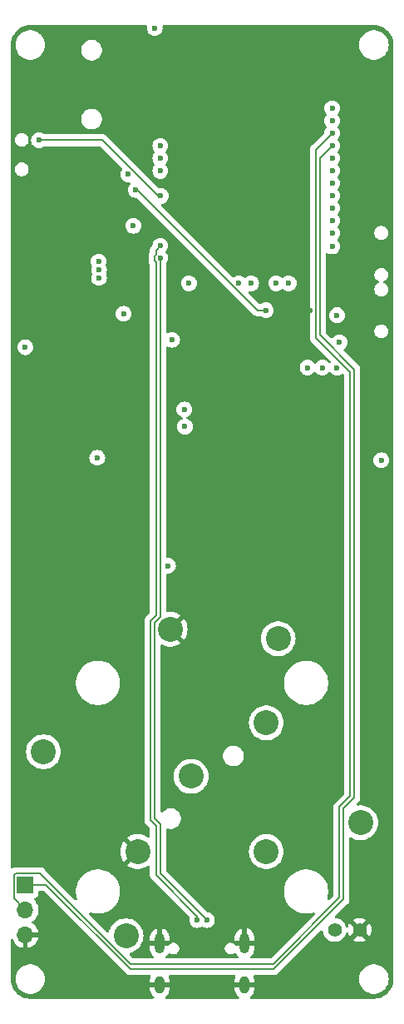
<source format=gbr>
%TF.GenerationSoftware,KiCad,Pcbnew,8.0.7*%
%TF.CreationDate,2025-01-01T16:00:03-05:00*%
%TF.ProjectId,JPL.mp3,4a504c2e-6d70-4332-9e6b-696361645f70,rev?*%
%TF.SameCoordinates,Original*%
%TF.FileFunction,Copper,L3,Inr*%
%TF.FilePolarity,Positive*%
%FSLAX46Y46*%
G04 Gerber Fmt 4.6, Leading zero omitted, Abs format (unit mm)*
G04 Created by KiCad (PCBNEW 8.0.7) date 2025-01-01 16:00:03*
%MOMM*%
%LPD*%
G01*
G04 APERTURE LIST*
%TA.AperFunction,HeatsinkPad*%
%ADD10C,0.600000*%
%TD*%
%TA.AperFunction,ComponentPad*%
%ADD11R,1.700000X1.700000*%
%TD*%
%TA.AperFunction,ComponentPad*%
%ADD12O,1.700000X1.700000*%
%TD*%
%TA.AperFunction,ComponentPad*%
%ADD13C,2.540000*%
%TD*%
%TA.AperFunction,ComponentPad*%
%ADD14C,1.400000*%
%TD*%
%TA.AperFunction,ComponentPad*%
%ADD15O,1.000000X1.800000*%
%TD*%
%TA.AperFunction,ComponentPad*%
%ADD16O,1.000000X2.100000*%
%TD*%
%TA.AperFunction,ViaPad*%
%ADD17C,0.600000*%
%TD*%
%TA.AperFunction,Conductor*%
%ADD18C,0.200000*%
%TD*%
G04 APERTURE END LIST*
D10*
%TO.N,GND*%
%TO.C,U1*%
X122750000Y-64720000D03*
X122750000Y-66120000D03*
X123450000Y-64020000D03*
X123450000Y-65420000D03*
X123450000Y-66820000D03*
X124150000Y-64720000D03*
X124150000Y-66120000D03*
X124850000Y-64020000D03*
X124850000Y-65420000D03*
X124850000Y-66820000D03*
X125550000Y-64720000D03*
X125550000Y-66120000D03*
%TD*%
D11*
%TO.N,UART_RX*%
%TO.C,J6*%
X102000000Y-137920000D03*
D12*
%TO.N,UART_TX*%
X102000000Y-140460000D03*
%TO.N,GND*%
X102000000Y-143000000D03*
%TD*%
D13*
%TO.N,ENCA*%
%TO.C,Enc1*%
X126547809Y-121452191D03*
%TO.N,ENCB*%
X126547809Y-134547809D03*
%TO.N,GND*%
X113452191Y-134547809D03*
X116747309Y-111920392D03*
%TO.N,SW1*%
X118889842Y-126889842D03*
%TO.N,SW2*%
X127749890Y-112896199D03*
%TO.N,SW3*%
X136150319Y-131606245D03*
%TO.N,SW4*%
X112250110Y-143103801D03*
%TO.N,SW5*%
X103849681Y-124393755D03*
%TD*%
D14*
%TO.N,Net-(BT1-+)*%
%TO.C,BAT*%
X133500000Y-142500000D03*
%TO.N,GND*%
X136040000Y-142500000D03*
%TD*%
D15*
%TO.N,GND*%
%TO.C,J2*%
X124320000Y-148075000D03*
D16*
X124320000Y-143875000D03*
D15*
X115680000Y-148075000D03*
D16*
X115680000Y-143875000D03*
%TD*%
D17*
%TO.N,+3.3V*%
X113000000Y-70900000D03*
X115175000Y-50800000D03*
X116525000Y-105475000D03*
%TO.N,HOLD*%
X115800000Y-67860000D03*
X103400000Y-62200000D03*
%TO.N,+3.3V*%
X138250000Y-94750000D03*
%TO.N,GND*%
X131000000Y-79500000D03*
%TO.N,+3.3V*%
X133750000Y-80000000D03*
%TO.N,GND*%
X123250000Y-87750000D03*
X116750000Y-87500000D03*
%TO.N,+3.3V*%
X118250000Y-91325000D03*
%TO.N,Net-(J4-Pin_10)*%
X118184662Y-89588867D03*
%TO.N,+3.3V*%
X109325000Y-94500000D03*
X102000000Y-83250000D03*
X112000000Y-79850000D03*
%TO.N,USB_D+*%
X115750000Y-74210000D03*
%TO.N,USB_D-*%
X115750000Y-72940000D03*
%TO.N,+3.3V*%
X112480955Y-65675000D03*
%TO.N,Net-(RST1-B)*%
X126500000Y-79500000D03*
X113250000Y-67250000D03*
%TO.N,SW2*%
X133250000Y-67860000D03*
%TO.N,SW4*%
X133250000Y-65320000D03*
%TO.N,ENCA*%
X133250000Y-60240000D03*
%TO.N,SW3*%
X133250000Y-66590000D03*
%TO.N,SW5*%
X133250000Y-64050000D03*
%TO.N,ENCB*%
X133250000Y-58970000D03*
%TO.N,SW1*%
X133250000Y-69130000D03*
%TO.N,SD_CMD*%
X133750000Y-85325000D03*
X133250000Y-73000000D03*
%TO.N,SD_D0*%
X130750000Y-85325000D03*
X133250000Y-70400000D03*
%TO.N,SD_CLK*%
X132263349Y-85325000D03*
X133250000Y-71670000D03*
%TO.N,USB_D+*%
X120500000Y-141500000D03*
%TO.N,USB_D-*%
X119500000Y-141500000D03*
%TO.N,TFT_DC*%
X127555000Y-76750000D03*
%TO.N,TFT_RST*%
X118665000Y-76750000D03*
%TO.N,TFT_CS*%
X128825000Y-76750000D03*
%TO.N,TFT_SDA*%
X123750000Y-76750000D03*
%TO.N,Net-(J4-Pin_11)*%
X116950000Y-82500000D03*
%TO.N,TFT_SCLK*%
X125000000Y-76750000D03*
%TO.N,UART_RX*%
X133250000Y-62780000D03*
%TO.N,UART_TX*%
X133250000Y-61510000D03*
%TO.N,I2S_SCLK*%
X115750000Y-65320000D03*
X109500000Y-76200000D03*
%TO.N,I2S_LRCLK*%
X115750000Y-62780000D03*
X109467984Y-74555324D03*
%TO.N,I2S_SD*%
X115750000Y-64050000D03*
X109500000Y-75400000D03*
%TO.N,+3.3V*%
X134000000Y-82750000D03*
%TD*%
D18*
%TO.N,UART_RX*%
X102000000Y-137920000D02*
X104104314Y-137920000D01*
X127315686Y-146500000D02*
X134400000Y-139415686D01*
X104104314Y-137920000D02*
X112684314Y-146500000D01*
X112684314Y-146500000D02*
X127315686Y-146500000D01*
X134400000Y-139415686D02*
X134400000Y-130165686D01*
X135500000Y-129065686D02*
X135500000Y-85500000D01*
X134400000Y-130165686D02*
X135500000Y-129065686D01*
X132000000Y-82000000D02*
X132000000Y-64030000D01*
X135500000Y-85500000D02*
X132000000Y-82000000D01*
X132000000Y-64030000D02*
X133250000Y-62780000D01*
%TO.N,HOLD*%
X103400000Y-62200000D02*
X109854484Y-62200000D01*
X109854484Y-62200000D02*
X115514484Y-67860000D01*
X115514484Y-67860000D02*
X115800000Y-67860000D01*
%TO.N,Net-(RST1-B)*%
X126500000Y-79500000D02*
X125651471Y-79500000D01*
X125651471Y-79500000D02*
X113401471Y-67250000D01*
X113401471Y-67250000D02*
X113250000Y-67250000D01*
%TO.N,USB_D-*%
X119500000Y-141500000D02*
X119500000Y-141136397D01*
X114727329Y-131354005D02*
X114727329Y-111083688D01*
X114727329Y-111083688D02*
X115300000Y-110511017D01*
X119500000Y-141136397D02*
X115300000Y-136936397D01*
X115300000Y-73390000D02*
X115750000Y-72940000D01*
X115300000Y-136936397D02*
X115300000Y-131926676D01*
X115300000Y-74608529D02*
X115150000Y-74458529D01*
X115300000Y-131926676D02*
X114727329Y-131354005D01*
X115150000Y-74458529D02*
X115150000Y-73961471D01*
X115300000Y-110511017D02*
X115300000Y-74608529D01*
X115150000Y-73961471D02*
X115300000Y-73811471D01*
X115300000Y-73811471D02*
X115300000Y-73390000D01*
%TO.N,USB_D+*%
X115177309Y-131167617D02*
X115177309Y-111270076D01*
X115750000Y-110697385D02*
X115750000Y-74210000D01*
X115177309Y-111270076D02*
X115750000Y-110697385D01*
X115750000Y-131740308D02*
X115177309Y-131167617D01*
X115750000Y-136750000D02*
X115750000Y-131740308D01*
X120500000Y-141500000D02*
X115750000Y-136750000D01*
%TO.N,UART_TX*%
X102000000Y-140460000D02*
X100850000Y-139310000D01*
X131600000Y-63160000D02*
X133250000Y-61510000D01*
X100850000Y-139310000D02*
X100850000Y-136900000D01*
X134000000Y-130000000D02*
X135100000Y-128900000D01*
X135100000Y-85826470D02*
X131600000Y-82326470D01*
X100850000Y-136900000D02*
X101000000Y-136750000D01*
X101000000Y-136750000D02*
X103500000Y-136750000D01*
X135100000Y-128900000D02*
X135100000Y-85826470D01*
X103500000Y-136750000D02*
X112750000Y-146000000D01*
X112750000Y-146000000D02*
X127250000Y-146000000D01*
X127250000Y-146000000D02*
X134000000Y-139250000D01*
X134000000Y-139250000D02*
X134000000Y-130000000D01*
X131600000Y-82326470D02*
X131600000Y-63160000D01*
%TD*%
%TA.AperFunction,Conductor*%
%TO.N,GND*%
G36*
X103871256Y-138540185D02*
G01*
X103891898Y-138556819D01*
X112199453Y-146864374D01*
X112199463Y-146864385D01*
X112203793Y-146868715D01*
X112203794Y-146868716D01*
X112315598Y-146980520D01*
X112315600Y-146980521D01*
X112315604Y-146980524D01*
X112428388Y-147045639D01*
X112452530Y-147059577D01*
X112564333Y-147089534D01*
X112605256Y-147100500D01*
X112605257Y-147100500D01*
X114649994Y-147100500D01*
X114717033Y-147120185D01*
X114762788Y-147172989D01*
X114772732Y-147242147D01*
X114764555Y-147271953D01*
X114718429Y-147383310D01*
X114718427Y-147383318D01*
X114680000Y-147576504D01*
X114680000Y-147825000D01*
X115380000Y-147825000D01*
X115380000Y-148325000D01*
X114680000Y-148325000D01*
X114680000Y-148573495D01*
X114718427Y-148766681D01*
X114718430Y-148766693D01*
X114793807Y-148948671D01*
X114793814Y-148948684D01*
X114903248Y-149112462D01*
X114903251Y-149112466D01*
X115042536Y-149251751D01*
X115073437Y-149272398D01*
X115118242Y-149326010D01*
X115126949Y-149395335D01*
X115096795Y-149458362D01*
X115037352Y-149495082D01*
X115004546Y-149499500D01*
X102504067Y-149499500D01*
X102495957Y-149499235D01*
X102247116Y-149482925D01*
X102231035Y-149480807D01*
X101990464Y-149432954D01*
X101974797Y-149428756D01*
X101742520Y-149349909D01*
X101727534Y-149343702D01*
X101507539Y-149235212D01*
X101493492Y-149227102D01*
X101289539Y-149090825D01*
X101276671Y-149080951D01*
X101092250Y-148919218D01*
X101080781Y-148907749D01*
X100919048Y-148723328D01*
X100909174Y-148710460D01*
X100840537Y-148607738D01*
X100772897Y-148506507D01*
X100764787Y-148492460D01*
X100658855Y-148277652D01*
X100656294Y-148272458D01*
X100650090Y-148257479D01*
X100571243Y-148025202D01*
X100567045Y-148009535D01*
X100540781Y-147877497D01*
X100519190Y-147768953D01*
X100517075Y-147752895D01*
X100500765Y-147504043D01*
X100500633Y-147499994D01*
X100994357Y-147499994D01*
X100994357Y-147500005D01*
X101014890Y-147747812D01*
X101014892Y-147747824D01*
X101075936Y-147988881D01*
X101175826Y-148216606D01*
X101311833Y-148424782D01*
X101311836Y-148424785D01*
X101480256Y-148607738D01*
X101676491Y-148760474D01*
X101895190Y-148878828D01*
X102130386Y-148959571D01*
X102375665Y-149000500D01*
X102624335Y-149000500D01*
X102869614Y-148959571D01*
X103104810Y-148878828D01*
X103323509Y-148760474D01*
X103519744Y-148607738D01*
X103688164Y-148424785D01*
X103824173Y-148216607D01*
X103924063Y-147988881D01*
X103985108Y-147747821D01*
X103992613Y-147657250D01*
X104005643Y-147500005D01*
X104005643Y-147499994D01*
X103985109Y-147252187D01*
X103985107Y-147252175D01*
X103924063Y-147011118D01*
X103824173Y-146783393D01*
X103688166Y-146575217D01*
X103666557Y-146551744D01*
X103519744Y-146392262D01*
X103323509Y-146239526D01*
X103323507Y-146239525D01*
X103323506Y-146239524D01*
X103104811Y-146121172D01*
X103104802Y-146121169D01*
X102869616Y-146040429D01*
X102624335Y-145999500D01*
X102375665Y-145999500D01*
X102130383Y-146040429D01*
X101895197Y-146121169D01*
X101895188Y-146121172D01*
X101676493Y-146239524D01*
X101480257Y-146392261D01*
X101311833Y-146575217D01*
X101175826Y-146783393D01*
X101075936Y-147011118D01*
X101014892Y-147252175D01*
X101014890Y-147252187D01*
X100994357Y-147499994D01*
X100500633Y-147499994D01*
X100500500Y-147495933D01*
X100500500Y-143538011D01*
X100520185Y-143470972D01*
X100572989Y-143425217D01*
X100642147Y-143415273D01*
X100705703Y-143444298D01*
X100736882Y-143485606D01*
X100826399Y-143677578D01*
X100961894Y-143871082D01*
X101128917Y-144038105D01*
X101322421Y-144173600D01*
X101536507Y-144273429D01*
X101536516Y-144273433D01*
X101750000Y-144330634D01*
X101750000Y-143433012D01*
X101807007Y-143465925D01*
X101934174Y-143500000D01*
X102065826Y-143500000D01*
X102192993Y-143465925D01*
X102250000Y-143433012D01*
X102250000Y-144330633D01*
X102463483Y-144273433D01*
X102463492Y-144273429D01*
X102677578Y-144173600D01*
X102871082Y-144038105D01*
X103038105Y-143871082D01*
X103173600Y-143677578D01*
X103273429Y-143463492D01*
X103273432Y-143463486D01*
X103330636Y-143250000D01*
X102433012Y-143250000D01*
X102465925Y-143192993D01*
X102500000Y-143065826D01*
X102500000Y-142934174D01*
X102465925Y-142807007D01*
X102433012Y-142750000D01*
X103330636Y-142750000D01*
X103330635Y-142749999D01*
X103273432Y-142536513D01*
X103273429Y-142536507D01*
X103173600Y-142322422D01*
X103173599Y-142322420D01*
X103038113Y-142128926D01*
X103038108Y-142128920D01*
X102871078Y-141961890D01*
X102685405Y-141831879D01*
X102641780Y-141777302D01*
X102634588Y-141707804D01*
X102666110Y-141645449D01*
X102685406Y-141628730D01*
X102774704Y-141566203D01*
X102871401Y-141498495D01*
X103038495Y-141331401D01*
X103174035Y-141137830D01*
X103273903Y-140923663D01*
X103335063Y-140695408D01*
X103355659Y-140460000D01*
X103335063Y-140224592D01*
X103273903Y-139996337D01*
X103174035Y-139782171D01*
X103101607Y-139678733D01*
X103038496Y-139588600D01*
X103038495Y-139588599D01*
X102916567Y-139466671D01*
X102883084Y-139405351D01*
X102888068Y-139335659D01*
X102929939Y-139279725D01*
X102960915Y-139262810D01*
X103092331Y-139213796D01*
X103207546Y-139127546D01*
X103293796Y-139012331D01*
X103344091Y-138877483D01*
X103350500Y-138817873D01*
X103350500Y-138644500D01*
X103370185Y-138577461D01*
X103422989Y-138531706D01*
X103474500Y-138520500D01*
X103804217Y-138520500D01*
X103871256Y-138540185D01*
G37*
%TD.AperFunction*%
%TA.AperFunction,Conductor*%
G36*
X123357033Y-147120185D02*
G01*
X123402788Y-147172989D01*
X123412732Y-147242147D01*
X123404555Y-147271953D01*
X123358429Y-147383310D01*
X123358427Y-147383318D01*
X123320000Y-147576504D01*
X123320000Y-147825000D01*
X124020000Y-147825000D01*
X124020000Y-148325000D01*
X123320000Y-148325000D01*
X123320000Y-148573495D01*
X123358427Y-148766681D01*
X123358430Y-148766693D01*
X123433807Y-148948671D01*
X123433814Y-148948684D01*
X123543248Y-149112462D01*
X123543251Y-149112466D01*
X123682536Y-149251751D01*
X123713437Y-149272398D01*
X123758242Y-149326010D01*
X123766949Y-149395335D01*
X123736795Y-149458362D01*
X123677352Y-149495082D01*
X123644546Y-149499500D01*
X116355454Y-149499500D01*
X116288415Y-149479815D01*
X116242660Y-149427011D01*
X116232716Y-149357853D01*
X116261741Y-149294297D01*
X116286563Y-149272398D01*
X116317463Y-149251751D01*
X116456748Y-149112466D01*
X116456751Y-149112462D01*
X116566185Y-148948684D01*
X116566192Y-148948671D01*
X116641569Y-148766693D01*
X116641572Y-148766681D01*
X116679999Y-148573495D01*
X116680000Y-148573492D01*
X116680000Y-148325000D01*
X115980000Y-148325000D01*
X115980000Y-147825000D01*
X116680000Y-147825000D01*
X116680000Y-147576508D01*
X116679999Y-147576504D01*
X116641572Y-147383318D01*
X116641570Y-147383310D01*
X116595445Y-147271953D01*
X116587976Y-147202483D01*
X116619251Y-147140004D01*
X116679340Y-147104352D01*
X116710006Y-147100500D01*
X123289994Y-147100500D01*
X123357033Y-147120185D01*
G37*
%TD.AperFunction*%
%TA.AperFunction,Conductor*%
G36*
X114331463Y-50520185D02*
G01*
X114377218Y-50572989D01*
X114387644Y-50638383D01*
X114369435Y-50799996D01*
X114369435Y-50800003D01*
X114389630Y-50979249D01*
X114389631Y-50979254D01*
X114449211Y-51149523D01*
X114505763Y-51239524D01*
X114545184Y-51302262D01*
X114672738Y-51429816D01*
X114825478Y-51525789D01*
X114966735Y-51575217D01*
X114995745Y-51585368D01*
X114995750Y-51585369D01*
X115174996Y-51605565D01*
X115175000Y-51605565D01*
X115175004Y-51605565D01*
X115354249Y-51585369D01*
X115354252Y-51585368D01*
X115354255Y-51585368D01*
X115524522Y-51525789D01*
X115677262Y-51429816D01*
X115804816Y-51302262D01*
X115900789Y-51149522D01*
X115960368Y-50979255D01*
X115967152Y-50919048D01*
X115980565Y-50800003D01*
X115980565Y-50799996D01*
X115962356Y-50638383D01*
X115974411Y-50569561D01*
X116021760Y-50518182D01*
X116085576Y-50500500D01*
X137434108Y-50500500D01*
X137495933Y-50500500D01*
X137504043Y-50500765D01*
X137752895Y-50517075D01*
X137768953Y-50519190D01*
X137976105Y-50560395D01*
X138009535Y-50567045D01*
X138025202Y-50571243D01*
X138171031Y-50620745D01*
X138257481Y-50650091D01*
X138272458Y-50656294D01*
X138481799Y-50759529D01*
X138492460Y-50764787D01*
X138506508Y-50772897D01*
X138710464Y-50909177D01*
X138723328Y-50919048D01*
X138907749Y-51080781D01*
X138919218Y-51092250D01*
X139080951Y-51276671D01*
X139090825Y-51289539D01*
X139227102Y-51493492D01*
X139235212Y-51507539D01*
X139343702Y-51727534D01*
X139349909Y-51742520D01*
X139428756Y-51974797D01*
X139432954Y-51990464D01*
X139480807Y-52231035D01*
X139482925Y-52247116D01*
X139499235Y-52495956D01*
X139499500Y-52504066D01*
X139499500Y-147495933D01*
X139499235Y-147504043D01*
X139482925Y-147752883D01*
X139480807Y-147768964D01*
X139432954Y-148009535D01*
X139428756Y-148025202D01*
X139349909Y-148257479D01*
X139343702Y-148272465D01*
X139235212Y-148492460D01*
X139227102Y-148506507D01*
X139090825Y-148710460D01*
X139080951Y-148723328D01*
X138919218Y-148907749D01*
X138907749Y-148919218D01*
X138723328Y-149080951D01*
X138710460Y-149090825D01*
X138506507Y-149227102D01*
X138492460Y-149235212D01*
X138272465Y-149343702D01*
X138257479Y-149349909D01*
X138025202Y-149428756D01*
X138009535Y-149432954D01*
X137768964Y-149480807D01*
X137752883Y-149482925D01*
X137504043Y-149499235D01*
X137495933Y-149499500D01*
X124995454Y-149499500D01*
X124928415Y-149479815D01*
X124882660Y-149427011D01*
X124872716Y-149357853D01*
X124901741Y-149294297D01*
X124926563Y-149272398D01*
X124957463Y-149251751D01*
X125096748Y-149112466D01*
X125096751Y-149112462D01*
X125206185Y-148948684D01*
X125206192Y-148948671D01*
X125281569Y-148766693D01*
X125281572Y-148766681D01*
X125319999Y-148573495D01*
X125320000Y-148573492D01*
X125320000Y-148325000D01*
X124620000Y-148325000D01*
X124620000Y-147825000D01*
X125320000Y-147825000D01*
X125320000Y-147576508D01*
X125319999Y-147576504D01*
X125304780Y-147499994D01*
X135994357Y-147499994D01*
X135994357Y-147500005D01*
X136014890Y-147747812D01*
X136014892Y-147747824D01*
X136075936Y-147988881D01*
X136175826Y-148216606D01*
X136311833Y-148424782D01*
X136311836Y-148424785D01*
X136480256Y-148607738D01*
X136676491Y-148760474D01*
X136895190Y-148878828D01*
X137130386Y-148959571D01*
X137375665Y-149000500D01*
X137624335Y-149000500D01*
X137869614Y-148959571D01*
X138104810Y-148878828D01*
X138323509Y-148760474D01*
X138519744Y-148607738D01*
X138688164Y-148424785D01*
X138824173Y-148216607D01*
X138924063Y-147988881D01*
X138985108Y-147747821D01*
X138992613Y-147657250D01*
X139005643Y-147500005D01*
X139005643Y-147499994D01*
X138985109Y-147252187D01*
X138985107Y-147252175D01*
X138924063Y-147011118D01*
X138824173Y-146783393D01*
X138688166Y-146575217D01*
X138666557Y-146551744D01*
X138519744Y-146392262D01*
X138323509Y-146239526D01*
X138323507Y-146239525D01*
X138323506Y-146239524D01*
X138104811Y-146121172D01*
X138104802Y-146121169D01*
X137869616Y-146040429D01*
X137624335Y-145999500D01*
X137375665Y-145999500D01*
X137130383Y-146040429D01*
X136895197Y-146121169D01*
X136895188Y-146121172D01*
X136676493Y-146239524D01*
X136480257Y-146392261D01*
X136311833Y-146575217D01*
X136175826Y-146783393D01*
X136075936Y-147011118D01*
X136014892Y-147252175D01*
X136014890Y-147252187D01*
X135994357Y-147499994D01*
X125304780Y-147499994D01*
X125281572Y-147383318D01*
X125281570Y-147383310D01*
X125235445Y-147271953D01*
X125227976Y-147202483D01*
X125259251Y-147140004D01*
X125319340Y-147104352D01*
X125350006Y-147100500D01*
X127229017Y-147100500D01*
X127229033Y-147100501D01*
X127236629Y-147100501D01*
X127394740Y-147100501D01*
X127394743Y-147100501D01*
X127547471Y-147059577D01*
X127640989Y-147005584D01*
X127684402Y-146980520D01*
X127796206Y-146868716D01*
X127796206Y-146868714D01*
X127806410Y-146858511D01*
X127806414Y-146858506D01*
X132096602Y-142568317D01*
X132157923Y-142534834D01*
X132227615Y-142539818D01*
X132283548Y-142581690D01*
X132307752Y-142644559D01*
X132314884Y-142721535D01*
X132314885Y-142721537D01*
X132375769Y-142935523D01*
X132375775Y-142935538D01*
X132474938Y-143134683D01*
X132474943Y-143134691D01*
X132609020Y-143312238D01*
X132773437Y-143462123D01*
X132773439Y-143462125D01*
X132962595Y-143579245D01*
X132962596Y-143579245D01*
X132962599Y-143579247D01*
X133170060Y-143659618D01*
X133388757Y-143700500D01*
X133388759Y-143700500D01*
X133611241Y-143700500D01*
X133611243Y-143700500D01*
X133829940Y-143659618D01*
X134037401Y-143579247D01*
X134226562Y-143462124D01*
X134390981Y-143312236D01*
X134525058Y-143134689D01*
X134540437Y-143103805D01*
X134624224Y-142935538D01*
X134624223Y-142935538D01*
X134624229Y-142935528D01*
X134650995Y-142841455D01*
X134688272Y-142782367D01*
X134751581Y-142752809D01*
X134820821Y-142762171D01*
X134874007Y-142807480D01*
X134889525Y-142841460D01*
X134916236Y-142935342D01*
X134916239Y-142935348D01*
X135015364Y-143134419D01*
X135015366Y-143134421D01*
X135031138Y-143155306D01*
X135640000Y-142546445D01*
X135640000Y-142552661D01*
X135667259Y-142654394D01*
X135719920Y-142745606D01*
X135794394Y-142820080D01*
X135885606Y-142872741D01*
X135987339Y-142900000D01*
X135993554Y-142900000D01*
X135386671Y-143506880D01*
X135502823Y-143578798D01*
X135502824Y-143578799D01*
X135710195Y-143659134D01*
X135928807Y-143700000D01*
X136151193Y-143700000D01*
X136369804Y-143659134D01*
X136577177Y-143578798D01*
X136577178Y-143578797D01*
X136693327Y-143506880D01*
X136086447Y-142900000D01*
X136092661Y-142900000D01*
X136194394Y-142872741D01*
X136285606Y-142820080D01*
X136360080Y-142745606D01*
X136412741Y-142654394D01*
X136440000Y-142552661D01*
X136440000Y-142546446D01*
X137048860Y-143155306D01*
X137048861Y-143155306D01*
X137064631Y-143134425D01*
X137064632Y-143134422D01*
X137163759Y-142935350D01*
X137224621Y-142721439D01*
X137245141Y-142500000D01*
X137245141Y-142499999D01*
X137224621Y-142278560D01*
X137163759Y-142064649D01*
X137064633Y-141865577D01*
X137064631Y-141865574D01*
X137048860Y-141844691D01*
X136440000Y-142453552D01*
X136440000Y-142447339D01*
X136412741Y-142345606D01*
X136360080Y-142254394D01*
X136285606Y-142179920D01*
X136194394Y-142127259D01*
X136092661Y-142100000D01*
X136086447Y-142100000D01*
X136693327Y-141493118D01*
X136693326Y-141493117D01*
X136577181Y-141421203D01*
X136577175Y-141421200D01*
X136369804Y-141340865D01*
X136151193Y-141300000D01*
X135928807Y-141300000D01*
X135710195Y-141340865D01*
X135502824Y-141421200D01*
X135502818Y-141421204D01*
X135386672Y-141493117D01*
X135386671Y-141493118D01*
X135993554Y-142100000D01*
X135987339Y-142100000D01*
X135885606Y-142127259D01*
X135794394Y-142179920D01*
X135719920Y-142254394D01*
X135667259Y-142345606D01*
X135640000Y-142447339D01*
X135640000Y-142453553D01*
X135031138Y-141844691D01*
X135031137Y-141844691D01*
X135015369Y-141865571D01*
X134916239Y-142064651D01*
X134916237Y-142064655D01*
X134889525Y-142158540D01*
X134852246Y-142217633D01*
X134788936Y-142247190D01*
X134719697Y-142237828D01*
X134666510Y-142192518D01*
X134650994Y-142158541D01*
X134624229Y-142064472D01*
X134593252Y-142002262D01*
X134525061Y-141865316D01*
X134525056Y-141865308D01*
X134390979Y-141687761D01*
X134226562Y-141537876D01*
X134226560Y-141537874D01*
X134037404Y-141420754D01*
X134037398Y-141420752D01*
X133829940Y-141340382D01*
X133635373Y-141304010D01*
X133573093Y-141272342D01*
X133537820Y-141212030D01*
X133540754Y-141142222D01*
X133570476Y-141094443D01*
X134758506Y-139906414D01*
X134758511Y-139906410D01*
X134768714Y-139896206D01*
X134768716Y-139896206D01*
X134880520Y-139784402D01*
X134883473Y-139779286D01*
X134941528Y-139678733D01*
X134941531Y-139678724D01*
X134941537Y-139678716D01*
X134959577Y-139647471D01*
X135000501Y-139494743D01*
X135000501Y-139336629D01*
X135000501Y-139329034D01*
X135000500Y-139329016D01*
X135000500Y-133199774D01*
X135020185Y-133132735D01*
X135072989Y-133086980D01*
X135142147Y-133077036D01*
X135194351Y-133097320D01*
X135262587Y-133143843D01*
X135501669Y-133258979D01*
X135755241Y-133337195D01*
X135755242Y-133337195D01*
X135755245Y-133337196D01*
X136017630Y-133376744D01*
X136017635Y-133376744D01*
X136017638Y-133376745D01*
X136017639Y-133376745D01*
X136282999Y-133376745D01*
X136283000Y-133376745D01*
X136283007Y-133376744D01*
X136545392Y-133337196D01*
X136545393Y-133337195D01*
X136545397Y-133337195D01*
X136798969Y-133258979D01*
X137038052Y-133143843D01*
X137257303Y-132994359D01*
X137451827Y-132813868D01*
X137617277Y-132606400D01*
X137749958Y-132376590D01*
X137846905Y-132129572D01*
X137905954Y-131870864D01*
X137908148Y-131841595D01*
X137925784Y-131606246D01*
X137925784Y-131606240D01*
X137905955Y-131341635D01*
X137905954Y-131341630D01*
X137905954Y-131341626D01*
X137846905Y-131082918D01*
X137749958Y-130835900D01*
X137617277Y-130606090D01*
X137451827Y-130398622D01*
X137257303Y-130218131D01*
X137189423Y-130171851D01*
X137038055Y-130068649D01*
X137038044Y-130068642D01*
X136798974Y-129953513D01*
X136798955Y-129953506D01*
X136545402Y-129875296D01*
X136545392Y-129875293D01*
X136283007Y-129835745D01*
X136283000Y-129835745D01*
X136017638Y-129835745D01*
X136017630Y-129835745D01*
X135873980Y-129857397D01*
X135804755Y-129847924D01*
X135751642Y-129802529D01*
X135731502Y-129735625D01*
X135750730Y-129668453D01*
X135767813Y-129647106D01*
X135868713Y-129546207D01*
X135868716Y-129546206D01*
X135980520Y-129434402D01*
X136030639Y-129347590D01*
X136059577Y-129297471D01*
X136100501Y-129144743D01*
X136100501Y-128986629D01*
X136100501Y-128979034D01*
X136100500Y-128979016D01*
X136100500Y-94749996D01*
X137444435Y-94749996D01*
X137444435Y-94750003D01*
X137464630Y-94929249D01*
X137464631Y-94929254D01*
X137524211Y-95099523D01*
X137603549Y-95225788D01*
X137620184Y-95252262D01*
X137747738Y-95379816D01*
X137900478Y-95475789D01*
X138070745Y-95535368D01*
X138070750Y-95535369D01*
X138249996Y-95555565D01*
X138250000Y-95555565D01*
X138250004Y-95555565D01*
X138429249Y-95535369D01*
X138429252Y-95535368D01*
X138429255Y-95535368D01*
X138599522Y-95475789D01*
X138752262Y-95379816D01*
X138879816Y-95252262D01*
X138975789Y-95099522D01*
X139035368Y-94929255D01*
X139055565Y-94750000D01*
X139047593Y-94679249D01*
X139035369Y-94570750D01*
X139035368Y-94570745D01*
X138975788Y-94400476D01*
X138936582Y-94338080D01*
X138879816Y-94247738D01*
X138752262Y-94120184D01*
X138599523Y-94024211D01*
X138429254Y-93964631D01*
X138429249Y-93964630D01*
X138250004Y-93944435D01*
X138249996Y-93944435D01*
X138070750Y-93964630D01*
X138070745Y-93964631D01*
X137900476Y-94024211D01*
X137747737Y-94120184D01*
X137620184Y-94247737D01*
X137524211Y-94400476D01*
X137464631Y-94570745D01*
X137464630Y-94570750D01*
X137444435Y-94749996D01*
X136100500Y-94749996D01*
X136100500Y-85420945D01*
X136100500Y-85420943D01*
X136059577Y-85268216D01*
X135988869Y-85145745D01*
X135980524Y-85131290D01*
X135980521Y-85131286D01*
X135980520Y-85131284D01*
X135868716Y-85019480D01*
X135868715Y-85019479D01*
X135864385Y-85015149D01*
X135864374Y-85015139D01*
X134444425Y-83595190D01*
X134410940Y-83533867D01*
X134415924Y-83464175D01*
X134457796Y-83408242D01*
X134466122Y-83402524D01*
X134502262Y-83379816D01*
X134629816Y-83252262D01*
X134725789Y-83099522D01*
X134785368Y-82929255D01*
X134785369Y-82929249D01*
X134805565Y-82750003D01*
X134805565Y-82749996D01*
X134785369Y-82570750D01*
X134785368Y-82570745D01*
X134732139Y-82418625D01*
X134725789Y-82400478D01*
X134629816Y-82247738D01*
X134502262Y-82120184D01*
X134424849Y-82071542D01*
X134349523Y-82024211D01*
X134179254Y-81964631D01*
X134179249Y-81964630D01*
X134000004Y-81944435D01*
X133999996Y-81944435D01*
X133820750Y-81964630D01*
X133820745Y-81964631D01*
X133650476Y-82024211D01*
X133497737Y-82120184D01*
X133370184Y-82247737D01*
X133347484Y-82283865D01*
X133295149Y-82330156D01*
X133226095Y-82340804D01*
X133162247Y-82312429D01*
X133154809Y-82305574D01*
X132636819Y-81787584D01*
X132603334Y-81726261D01*
X132600500Y-81699903D01*
X132600500Y-81693995D01*
X137549499Y-81693995D01*
X137576418Y-81829322D01*
X137576421Y-81829332D01*
X137629221Y-81956804D01*
X137629228Y-81956817D01*
X137705885Y-82071541D01*
X137705888Y-82071545D01*
X137803454Y-82169111D01*
X137803458Y-82169114D01*
X137918182Y-82245771D01*
X137918195Y-82245778D01*
X138045667Y-82298578D01*
X138045672Y-82298580D01*
X138045676Y-82298580D01*
X138045677Y-82298581D01*
X138181004Y-82325500D01*
X138181007Y-82325500D01*
X138318995Y-82325500D01*
X138419167Y-82305574D01*
X138454328Y-82298580D01*
X138581811Y-82245775D01*
X138696542Y-82169114D01*
X138794114Y-82071542D01*
X138870775Y-81956811D01*
X138923580Y-81829328D01*
X138939108Y-81751265D01*
X138950500Y-81693995D01*
X138950500Y-81556004D01*
X138923581Y-81420677D01*
X138923580Y-81420676D01*
X138923580Y-81420672D01*
X138923578Y-81420667D01*
X138870778Y-81293195D01*
X138870771Y-81293182D01*
X138794114Y-81178458D01*
X138794111Y-81178454D01*
X138696545Y-81080888D01*
X138696541Y-81080885D01*
X138581817Y-81004228D01*
X138581804Y-81004221D01*
X138454332Y-80951421D01*
X138454322Y-80951418D01*
X138318995Y-80924500D01*
X138318993Y-80924500D01*
X138181007Y-80924500D01*
X138181005Y-80924500D01*
X138045677Y-80951418D01*
X138045667Y-80951421D01*
X137918195Y-81004221D01*
X137918182Y-81004228D01*
X137803458Y-81080885D01*
X137803454Y-81080888D01*
X137705888Y-81178454D01*
X137705885Y-81178458D01*
X137629228Y-81293182D01*
X137629221Y-81293195D01*
X137576421Y-81420667D01*
X137576418Y-81420677D01*
X137549500Y-81556004D01*
X137549500Y-81556007D01*
X137549500Y-81693993D01*
X137549500Y-81693995D01*
X137549499Y-81693995D01*
X132600500Y-81693995D01*
X132600500Y-79999996D01*
X132944435Y-79999996D01*
X132944435Y-80000003D01*
X132964630Y-80179249D01*
X132964631Y-80179254D01*
X133024211Y-80349523D01*
X133106080Y-80479815D01*
X133120184Y-80502262D01*
X133247738Y-80629816D01*
X133400478Y-80725789D01*
X133570745Y-80785368D01*
X133570750Y-80785369D01*
X133749996Y-80805565D01*
X133750000Y-80805565D01*
X133750004Y-80805565D01*
X133929249Y-80785369D01*
X133929252Y-80785368D01*
X133929255Y-80785368D01*
X134099522Y-80725789D01*
X134252262Y-80629816D01*
X134379816Y-80502262D01*
X134475789Y-80349522D01*
X134535368Y-80179255D01*
X134535369Y-80179249D01*
X134555565Y-80000003D01*
X134555565Y-79999996D01*
X134535369Y-79820750D01*
X134535368Y-79820745D01*
X134475789Y-79650478D01*
X134379816Y-79497738D01*
X134252262Y-79370184D01*
X134099523Y-79274211D01*
X133929254Y-79214631D01*
X133929249Y-79214630D01*
X133750004Y-79194435D01*
X133749996Y-79194435D01*
X133570750Y-79214630D01*
X133570745Y-79214631D01*
X133400476Y-79274211D01*
X133247737Y-79370184D01*
X133120184Y-79497737D01*
X133024211Y-79650476D01*
X132964631Y-79820745D01*
X132964630Y-79820750D01*
X132944435Y-79999996D01*
X132600500Y-79999996D01*
X132600500Y-75943995D01*
X137549499Y-75943995D01*
X137576418Y-76079322D01*
X137576421Y-76079332D01*
X137629221Y-76206804D01*
X137629228Y-76206817D01*
X137705885Y-76321541D01*
X137705888Y-76321545D01*
X137803454Y-76419111D01*
X137803458Y-76419114D01*
X137918182Y-76495771D01*
X137918186Y-76495773D01*
X137918189Y-76495775D01*
X137930114Y-76500714D01*
X137953590Y-76510439D01*
X138007994Y-76554280D01*
X138030058Y-76620575D01*
X138012778Y-76688274D01*
X137961641Y-76735884D01*
X137953590Y-76739561D01*
X137918192Y-76754223D01*
X137918182Y-76754228D01*
X137803458Y-76830885D01*
X137803454Y-76830888D01*
X137705888Y-76928454D01*
X137705885Y-76928458D01*
X137629228Y-77043182D01*
X137629221Y-77043195D01*
X137576421Y-77170667D01*
X137576418Y-77170677D01*
X137549500Y-77306004D01*
X137549500Y-77306007D01*
X137549500Y-77443993D01*
X137549500Y-77443995D01*
X137549499Y-77443995D01*
X137576418Y-77579322D01*
X137576421Y-77579332D01*
X137629221Y-77706804D01*
X137629228Y-77706817D01*
X137705885Y-77821541D01*
X137705888Y-77821545D01*
X137803454Y-77919111D01*
X137803458Y-77919114D01*
X137918182Y-77995771D01*
X137918195Y-77995778D01*
X138045667Y-78048578D01*
X138045672Y-78048580D01*
X138045676Y-78048580D01*
X138045677Y-78048581D01*
X138181004Y-78075500D01*
X138181007Y-78075500D01*
X138318995Y-78075500D01*
X138410041Y-78057389D01*
X138454328Y-78048580D01*
X138581811Y-77995775D01*
X138696542Y-77919114D01*
X138794114Y-77821542D01*
X138870775Y-77706811D01*
X138923580Y-77579328D01*
X138932389Y-77535041D01*
X138950500Y-77443995D01*
X138950500Y-77306004D01*
X138923581Y-77170677D01*
X138923580Y-77170676D01*
X138923580Y-77170672D01*
X138923578Y-77170667D01*
X138870778Y-77043195D01*
X138870771Y-77043182D01*
X138794114Y-76928458D01*
X138794111Y-76928454D01*
X138696545Y-76830888D01*
X138696541Y-76830885D01*
X138581817Y-76754228D01*
X138581804Y-76754221D01*
X138546410Y-76739561D01*
X138492006Y-76695720D01*
X138469941Y-76629426D01*
X138487220Y-76561727D01*
X138538357Y-76514116D01*
X138546410Y-76510439D01*
X138581804Y-76495778D01*
X138581804Y-76495777D01*
X138581811Y-76495775D01*
X138696542Y-76419114D01*
X138794114Y-76321542D01*
X138870775Y-76206811D01*
X138923580Y-76079328D01*
X138950500Y-75943993D01*
X138950500Y-75806007D01*
X138950500Y-75806004D01*
X138923581Y-75670677D01*
X138923580Y-75670676D01*
X138923580Y-75670672D01*
X138885714Y-75579255D01*
X138870778Y-75543195D01*
X138870771Y-75543182D01*
X138794114Y-75428458D01*
X138794111Y-75428454D01*
X138696545Y-75330888D01*
X138696541Y-75330885D01*
X138581817Y-75254228D01*
X138581804Y-75254221D01*
X138454332Y-75201421D01*
X138454322Y-75201418D01*
X138318995Y-75174500D01*
X138318993Y-75174500D01*
X138181007Y-75174500D01*
X138181005Y-75174500D01*
X138045677Y-75201418D01*
X138045667Y-75201421D01*
X137918195Y-75254221D01*
X137918182Y-75254228D01*
X137803458Y-75330885D01*
X137803454Y-75330888D01*
X137705888Y-75428454D01*
X137705885Y-75428458D01*
X137629228Y-75543182D01*
X137629221Y-75543195D01*
X137576421Y-75670667D01*
X137576418Y-75670677D01*
X137549500Y-75806004D01*
X137549500Y-75806007D01*
X137549500Y-75943993D01*
X137549500Y-75943995D01*
X137549499Y-75943995D01*
X132600500Y-75943995D01*
X132600500Y-73761661D01*
X132620185Y-73694622D01*
X132672989Y-73648867D01*
X132742147Y-73638923D01*
X132790473Y-73656668D01*
X132900475Y-73725788D01*
X133070745Y-73785368D01*
X133070750Y-73785369D01*
X133249996Y-73805565D01*
X133250000Y-73805565D01*
X133250004Y-73805565D01*
X133429249Y-73785369D01*
X133429252Y-73785368D01*
X133429255Y-73785368D01*
X133599522Y-73725789D01*
X133752262Y-73629816D01*
X133879816Y-73502262D01*
X133975789Y-73349522D01*
X134035368Y-73179255D01*
X134037739Y-73158214D01*
X134055565Y-73000003D01*
X134055565Y-72999996D01*
X134035369Y-72820750D01*
X134035368Y-72820745D01*
X133975788Y-72650476D01*
X133879815Y-72497737D01*
X133804759Y-72422681D01*
X133771274Y-72361358D01*
X133776258Y-72291666D01*
X133804759Y-72247319D01*
X133837867Y-72214211D01*
X133879816Y-72172262D01*
X133975789Y-72019522D01*
X134035368Y-71849255D01*
X134037613Y-71829332D01*
X134052862Y-71693995D01*
X137549499Y-71693995D01*
X137576418Y-71829322D01*
X137576421Y-71829332D01*
X137629221Y-71956804D01*
X137629228Y-71956817D01*
X137705885Y-72071541D01*
X137705888Y-72071545D01*
X137803454Y-72169111D01*
X137803458Y-72169114D01*
X137918182Y-72245771D01*
X137918195Y-72245778D01*
X138028980Y-72291666D01*
X138045672Y-72298580D01*
X138045676Y-72298580D01*
X138045677Y-72298581D01*
X138181004Y-72325500D01*
X138181007Y-72325500D01*
X138318995Y-72325500D01*
X138410041Y-72307389D01*
X138454328Y-72298580D01*
X138552924Y-72257740D01*
X138581804Y-72245778D01*
X138581804Y-72245777D01*
X138581811Y-72245775D01*
X138696542Y-72169114D01*
X138794114Y-72071542D01*
X138870775Y-71956811D01*
X138923580Y-71829328D01*
X138932389Y-71785041D01*
X138950500Y-71693995D01*
X138950500Y-71556004D01*
X138923581Y-71420677D01*
X138923580Y-71420676D01*
X138923580Y-71420672D01*
X138915954Y-71402262D01*
X138870778Y-71293195D01*
X138870771Y-71293182D01*
X138794114Y-71178458D01*
X138794111Y-71178454D01*
X138696545Y-71080888D01*
X138696541Y-71080885D01*
X138581817Y-71004228D01*
X138581804Y-71004221D01*
X138454332Y-70951421D01*
X138454322Y-70951418D01*
X138318995Y-70924500D01*
X138318993Y-70924500D01*
X138181007Y-70924500D01*
X138181005Y-70924500D01*
X138045677Y-70951418D01*
X138045667Y-70951421D01*
X137918195Y-71004221D01*
X137918182Y-71004228D01*
X137803458Y-71080885D01*
X137803454Y-71080888D01*
X137705888Y-71178454D01*
X137705885Y-71178458D01*
X137629228Y-71293182D01*
X137629221Y-71293195D01*
X137576421Y-71420667D01*
X137576418Y-71420677D01*
X137549500Y-71556004D01*
X137549500Y-71556007D01*
X137549500Y-71693993D01*
X137549500Y-71693995D01*
X137549499Y-71693995D01*
X134052862Y-71693995D01*
X134055565Y-71670003D01*
X134055565Y-71669996D01*
X134035369Y-71490750D01*
X134035368Y-71490745D01*
X133975788Y-71320476D01*
X133879815Y-71167737D01*
X133834759Y-71122681D01*
X133801274Y-71061358D01*
X133806258Y-70991666D01*
X133834759Y-70947319D01*
X133879816Y-70902262D01*
X133975789Y-70749522D01*
X134035368Y-70579255D01*
X134035369Y-70579249D01*
X134055565Y-70400003D01*
X134055565Y-70399996D01*
X134035369Y-70220750D01*
X134035368Y-70220745D01*
X133975788Y-70050476D01*
X133879815Y-69897737D01*
X133834759Y-69852681D01*
X133801274Y-69791358D01*
X133806258Y-69721666D01*
X133834759Y-69677319D01*
X133879816Y-69632262D01*
X133975789Y-69479522D01*
X134035368Y-69309255D01*
X134055565Y-69130000D01*
X134035368Y-68950745D01*
X133975789Y-68780478D01*
X133879816Y-68627738D01*
X133834759Y-68582681D01*
X133801274Y-68521358D01*
X133806258Y-68451666D01*
X133834759Y-68407319D01*
X133879816Y-68362262D01*
X133975789Y-68209522D01*
X134035368Y-68039255D01*
X134042519Y-67975788D01*
X134055565Y-67860003D01*
X134055565Y-67859996D01*
X134035369Y-67680750D01*
X134035368Y-67680745D01*
X133975788Y-67510476D01*
X133924753Y-67429255D01*
X133879816Y-67357738D01*
X133834759Y-67312681D01*
X133801274Y-67251358D01*
X133806258Y-67181666D01*
X133834759Y-67137319D01*
X133837867Y-67134211D01*
X133879816Y-67092262D01*
X133975789Y-66939522D01*
X134035368Y-66769255D01*
X134035369Y-66769249D01*
X134055565Y-66590003D01*
X134055565Y-66589996D01*
X134035369Y-66410750D01*
X134035368Y-66410745D01*
X133975788Y-66240476D01*
X133890894Y-66105369D01*
X133879816Y-66087738D01*
X133834759Y-66042681D01*
X133801274Y-65981358D01*
X133806258Y-65911666D01*
X133834759Y-65867319D01*
X133851578Y-65850500D01*
X133879816Y-65822262D01*
X133975789Y-65669522D01*
X134035368Y-65499255D01*
X134035763Y-65495750D01*
X134055565Y-65320003D01*
X134055565Y-65319996D01*
X134035369Y-65140750D01*
X134035368Y-65140745D01*
X133975788Y-64970476D01*
X133879815Y-64817737D01*
X133834759Y-64772681D01*
X133801274Y-64711358D01*
X133806258Y-64641666D01*
X133834759Y-64597319D01*
X133879816Y-64552262D01*
X133975789Y-64399522D01*
X134035368Y-64229255D01*
X134055565Y-64050000D01*
X134035368Y-63870745D01*
X133975789Y-63700478D01*
X133879816Y-63547738D01*
X133834758Y-63502680D01*
X133801274Y-63441358D01*
X133806258Y-63371666D01*
X133834759Y-63327319D01*
X133879816Y-63282262D01*
X133975789Y-63129522D01*
X134035368Y-62959255D01*
X134035369Y-62959249D01*
X134055565Y-62780003D01*
X134055565Y-62779996D01*
X134035369Y-62600750D01*
X134035368Y-62600745D01*
X133975788Y-62430476D01*
X133879815Y-62277737D01*
X133834759Y-62232681D01*
X133801274Y-62171358D01*
X133806258Y-62101666D01*
X133834759Y-62057319D01*
X133837867Y-62054211D01*
X133879816Y-62012262D01*
X133975789Y-61859522D01*
X134035368Y-61689255D01*
X134035369Y-61689249D01*
X134055565Y-61510003D01*
X134055565Y-61509996D01*
X134035369Y-61330750D01*
X134035368Y-61330745D01*
X133975788Y-61160476D01*
X133879815Y-61007737D01*
X133834759Y-60962681D01*
X133801274Y-60901358D01*
X133806258Y-60831666D01*
X133834759Y-60787319D01*
X133879816Y-60742262D01*
X133975789Y-60589522D01*
X134035368Y-60419255D01*
X134055565Y-60240000D01*
X134045815Y-60153469D01*
X134035369Y-60060750D01*
X134035368Y-60060745D01*
X133975788Y-59890476D01*
X133883491Y-59743587D01*
X133879816Y-59737738D01*
X133834758Y-59692680D01*
X133801274Y-59631358D01*
X133806258Y-59561666D01*
X133834759Y-59517319D01*
X133879816Y-59472262D01*
X133975789Y-59319522D01*
X134035368Y-59149255D01*
X134035369Y-59149249D01*
X134055565Y-58970003D01*
X134055565Y-58969996D01*
X134035369Y-58790750D01*
X134035368Y-58790745D01*
X133975788Y-58620476D01*
X133879815Y-58467737D01*
X133752262Y-58340184D01*
X133599523Y-58244211D01*
X133429254Y-58184631D01*
X133429249Y-58184630D01*
X133250004Y-58164435D01*
X133249996Y-58164435D01*
X133070750Y-58184630D01*
X133070745Y-58184631D01*
X132900476Y-58244211D01*
X132747737Y-58340184D01*
X132620184Y-58467737D01*
X132524211Y-58620476D01*
X132464631Y-58790745D01*
X132464630Y-58790750D01*
X132444435Y-58969996D01*
X132444435Y-58970003D01*
X132464630Y-59149249D01*
X132464631Y-59149254D01*
X132524211Y-59319523D01*
X132620184Y-59472262D01*
X132620185Y-59472263D01*
X132665241Y-59517320D01*
X132698725Y-59578643D01*
X132693740Y-59648335D01*
X132665241Y-59692680D01*
X132620184Y-59737737D01*
X132524211Y-59890476D01*
X132464631Y-60060745D01*
X132464630Y-60060750D01*
X132444435Y-60239996D01*
X132444435Y-60240003D01*
X132464630Y-60419249D01*
X132464631Y-60419254D01*
X132524211Y-60589523D01*
X132620184Y-60742262D01*
X132620185Y-60742263D01*
X132665241Y-60787320D01*
X132698725Y-60848643D01*
X132693740Y-60918335D01*
X132665241Y-60962680D01*
X132620184Y-61007737D01*
X132524210Y-61160478D01*
X132464630Y-61330750D01*
X132454837Y-61417668D01*
X132427770Y-61482082D01*
X132419298Y-61491465D01*
X131231286Y-62679478D01*
X131119481Y-62791282D01*
X131119477Y-62791287D01*
X131099373Y-62826111D01*
X131097234Y-62829816D01*
X131040423Y-62928215D01*
X130999499Y-63080943D01*
X130999499Y-63080945D01*
X130999499Y-63249046D01*
X130999500Y-63249059D01*
X130999500Y-82239800D01*
X130999499Y-82239818D01*
X130999499Y-82405524D01*
X130999498Y-82405524D01*
X131040423Y-82558255D01*
X131069358Y-82608370D01*
X131069359Y-82608374D01*
X131069360Y-82608374D01*
X131110282Y-82679255D01*
X131119479Y-82695184D01*
X131119481Y-82695187D01*
X131238349Y-82814055D01*
X131238355Y-82814060D01*
X133099208Y-84674913D01*
X133132693Y-84736236D01*
X133127709Y-84805928D01*
X133116523Y-84828563D01*
X133111670Y-84836287D01*
X133059337Y-84882580D01*
X132990283Y-84893230D01*
X132926434Y-84864857D01*
X132901680Y-84836290D01*
X132893164Y-84822737D01*
X132765611Y-84695184D01*
X132612872Y-84599211D01*
X132442603Y-84539631D01*
X132442598Y-84539630D01*
X132263353Y-84519435D01*
X132263345Y-84519435D01*
X132084099Y-84539630D01*
X132084094Y-84539631D01*
X131913825Y-84599211D01*
X131761086Y-84695184D01*
X131633534Y-84822736D01*
X131611667Y-84857537D01*
X131559331Y-84903827D01*
X131490278Y-84914474D01*
X131426430Y-84886098D01*
X131401680Y-84857535D01*
X131379815Y-84822737D01*
X131252262Y-84695184D01*
X131099523Y-84599211D01*
X130929254Y-84539631D01*
X130929249Y-84539630D01*
X130750004Y-84519435D01*
X130749996Y-84519435D01*
X130570750Y-84539630D01*
X130570745Y-84539631D01*
X130400476Y-84599211D01*
X130247737Y-84695184D01*
X130120184Y-84822737D01*
X130024211Y-84975476D01*
X129964631Y-85145745D01*
X129964630Y-85145750D01*
X129944435Y-85324996D01*
X129944435Y-85325003D01*
X129964630Y-85504249D01*
X129964631Y-85504254D01*
X130024211Y-85674523D01*
X130111667Y-85813708D01*
X130120184Y-85827262D01*
X130247738Y-85954816D01*
X130338080Y-86011582D01*
X130400474Y-86050787D01*
X130400478Y-86050789D01*
X130470255Y-86075205D01*
X130570745Y-86110368D01*
X130570750Y-86110369D01*
X130749996Y-86130565D01*
X130750000Y-86130565D01*
X130750004Y-86130565D01*
X130929249Y-86110369D01*
X130929252Y-86110368D01*
X130929255Y-86110368D01*
X131099522Y-86050789D01*
X131252262Y-85954816D01*
X131379816Y-85827262D01*
X131401682Y-85792462D01*
X131454013Y-85746174D01*
X131523067Y-85735524D01*
X131586915Y-85763899D01*
X131611667Y-85792464D01*
X131633528Y-85827256D01*
X131633531Y-85827259D01*
X131633533Y-85827262D01*
X131761087Y-85954816D01*
X131851429Y-86011582D01*
X131913823Y-86050787D01*
X131913827Y-86050789D01*
X131983604Y-86075205D01*
X132084094Y-86110368D01*
X132084099Y-86110369D01*
X132263345Y-86130565D01*
X132263349Y-86130565D01*
X132263353Y-86130565D01*
X132442598Y-86110369D01*
X132442601Y-86110368D01*
X132442604Y-86110368D01*
X132612871Y-86050789D01*
X132765611Y-85954816D01*
X132893165Y-85827262D01*
X132901682Y-85813708D01*
X132954012Y-85767419D01*
X133023065Y-85756769D01*
X133086915Y-85785143D01*
X133111667Y-85813708D01*
X133120184Y-85827262D01*
X133247738Y-85954816D01*
X133338080Y-86011582D01*
X133400474Y-86050787D01*
X133400478Y-86050789D01*
X133470255Y-86075205D01*
X133570745Y-86110368D01*
X133570750Y-86110369D01*
X133749996Y-86130565D01*
X133750000Y-86130565D01*
X133750004Y-86130565D01*
X133929249Y-86110369D01*
X133929252Y-86110368D01*
X133929255Y-86110368D01*
X134099522Y-86050789D01*
X134099524Y-86050787D01*
X134099526Y-86050787D01*
X134246433Y-85958479D01*
X134313669Y-85939478D01*
X134380504Y-85959845D01*
X134400086Y-85975791D01*
X134463181Y-86038886D01*
X134496666Y-86100209D01*
X134499500Y-86126567D01*
X134499500Y-128599902D01*
X134479815Y-128666941D01*
X134463181Y-128687583D01*
X133519481Y-129631282D01*
X133519479Y-129631285D01*
X133469361Y-129718094D01*
X133469359Y-129718096D01*
X133440425Y-129768209D01*
X133440424Y-129768210D01*
X133440423Y-129768215D01*
X133399499Y-129920943D01*
X133399499Y-129920945D01*
X133399499Y-130089046D01*
X133399500Y-130089059D01*
X133399500Y-138949902D01*
X133379815Y-139016941D01*
X133363181Y-139037583D01*
X132949791Y-139450972D01*
X132888468Y-139484457D01*
X132818776Y-139479473D01*
X132762843Y-139437601D01*
X132738426Y-139372137D01*
X132742334Y-139331206D01*
X132818595Y-139046595D01*
X132857102Y-138754108D01*
X132857102Y-138459096D01*
X132818595Y-138166609D01*
X132742241Y-137881650D01*
X132629345Y-137609095D01*
X132481840Y-137353608D01*
X132302248Y-137119560D01*
X132302243Y-137119554D01*
X132093649Y-136910960D01*
X132093642Y-136910954D01*
X131859595Y-136731363D01*
X131604112Y-136583860D01*
X131604102Y-136583856D01*
X131331563Y-136470966D01*
X131331556Y-136470964D01*
X131331554Y-136470963D01*
X131046595Y-136394609D01*
X130997715Y-136388173D01*
X130754115Y-136356102D01*
X130754108Y-136356102D01*
X130459096Y-136356102D01*
X130459088Y-136356102D01*
X130180687Y-136392755D01*
X130166609Y-136394609D01*
X129960248Y-136449903D01*
X129881650Y-136470963D01*
X129881640Y-136470966D01*
X129609101Y-136583856D01*
X129609091Y-136583860D01*
X129353608Y-136731363D01*
X129119561Y-136910954D01*
X129119554Y-136910960D01*
X128910960Y-137119554D01*
X128910954Y-137119561D01*
X128731363Y-137353608D01*
X128583860Y-137609091D01*
X128583856Y-137609101D01*
X128470966Y-137881640D01*
X128470963Y-137881650D01*
X128394610Y-138166606D01*
X128394608Y-138166617D01*
X128356102Y-138459088D01*
X128356102Y-138754115D01*
X128381879Y-138949902D01*
X128394609Y-139046595D01*
X128470868Y-139331199D01*
X128470963Y-139331553D01*
X128470966Y-139331563D01*
X128583856Y-139604102D01*
X128583860Y-139604112D01*
X128731363Y-139859595D01*
X128910954Y-140093642D01*
X128910960Y-140093649D01*
X129119554Y-140302243D01*
X129119561Y-140302249D01*
X129353608Y-140481840D01*
X129609091Y-140629343D01*
X129609092Y-140629343D01*
X129609095Y-140629345D01*
X129779623Y-140699980D01*
X129872439Y-140738426D01*
X129881650Y-140742241D01*
X130166609Y-140818595D01*
X130459096Y-140857102D01*
X130459103Y-140857102D01*
X130754101Y-140857102D01*
X130754108Y-140857102D01*
X131046595Y-140818595D01*
X131331202Y-140742335D01*
X131401047Y-140743998D01*
X131458910Y-140783160D01*
X131486414Y-140847389D01*
X131474828Y-140916291D01*
X131450972Y-140949791D01*
X127037584Y-145363181D01*
X126976261Y-145396666D01*
X126949903Y-145399500D01*
X125059077Y-145399500D01*
X124992038Y-145379815D01*
X124946283Y-145327011D01*
X124936339Y-145257853D01*
X124965364Y-145194297D01*
X124971396Y-145187819D01*
X125096748Y-145062466D01*
X125096751Y-145062462D01*
X125206185Y-144898684D01*
X125206192Y-144898671D01*
X125281569Y-144716693D01*
X125281572Y-144716681D01*
X125319999Y-144523495D01*
X125320000Y-144523492D01*
X125320000Y-144125000D01*
X124620000Y-144125000D01*
X124620000Y-143625000D01*
X125320000Y-143625000D01*
X125320000Y-143226508D01*
X125319999Y-143226504D01*
X125281572Y-143033318D01*
X125281569Y-143033306D01*
X125206192Y-142851328D01*
X125206185Y-142851315D01*
X125096751Y-142687537D01*
X125096748Y-142687533D01*
X124957466Y-142548251D01*
X124957462Y-142548248D01*
X124793684Y-142438814D01*
X124793671Y-142438807D01*
X124611691Y-142363429D01*
X124611683Y-142363427D01*
X124570000Y-142355135D01*
X124570000Y-143158011D01*
X124560060Y-143140795D01*
X124504205Y-143084940D01*
X124435796Y-143045444D01*
X124359496Y-143025000D01*
X124280504Y-143025000D01*
X124204204Y-143045444D01*
X124135795Y-143084940D01*
X124079940Y-143140795D01*
X124070000Y-143158011D01*
X124070000Y-142355136D01*
X124069999Y-142355135D01*
X124028316Y-142363427D01*
X124028308Y-142363429D01*
X123846328Y-142438807D01*
X123846315Y-142438814D01*
X123682537Y-142548248D01*
X123682533Y-142548251D01*
X123543251Y-142687533D01*
X123543248Y-142687537D01*
X123433814Y-142851315D01*
X123433807Y-142851328D01*
X123358430Y-143033306D01*
X123358427Y-143033318D01*
X123320000Y-143226504D01*
X123320000Y-143625000D01*
X124020000Y-143625000D01*
X124020000Y-144125000D01*
X123470237Y-144125000D01*
X123403198Y-144105315D01*
X123362850Y-144063000D01*
X123350515Y-144041635D01*
X123243365Y-143934485D01*
X123177750Y-143896602D01*
X123112136Y-143858719D01*
X123038950Y-143839109D01*
X122965766Y-143819500D01*
X122814234Y-143819500D01*
X122667863Y-143858719D01*
X122536635Y-143934485D01*
X122536632Y-143934487D01*
X122429487Y-144041632D01*
X122429485Y-144041635D01*
X122353719Y-144172863D01*
X122353522Y-144173600D01*
X122314500Y-144319234D01*
X122314500Y-144470766D01*
X122328628Y-144523492D01*
X122353719Y-144617136D01*
X122391602Y-144682750D01*
X122429485Y-144748365D01*
X122536635Y-144855515D01*
X122667865Y-144931281D01*
X122814234Y-144970500D01*
X122814236Y-144970500D01*
X122965764Y-144970500D01*
X122965766Y-144970500D01*
X123112135Y-144931281D01*
X123243365Y-144855515D01*
X123243373Y-144855506D01*
X123246105Y-144853412D01*
X123248834Y-144852356D01*
X123250403Y-144851451D01*
X123250544Y-144851695D01*
X123311274Y-144828215D01*
X123379719Y-144842251D01*
X123429710Y-144891064D01*
X123430955Y-144893335D01*
X123433812Y-144898680D01*
X123543248Y-145062462D01*
X123543251Y-145062466D01*
X123668604Y-145187819D01*
X123702089Y-145249142D01*
X123697105Y-145318834D01*
X123655233Y-145374767D01*
X123589769Y-145399184D01*
X123580923Y-145399500D01*
X116419077Y-145399500D01*
X116352038Y-145379815D01*
X116306283Y-145327011D01*
X116296339Y-145257853D01*
X116325364Y-145194297D01*
X116331396Y-145187819D01*
X116456748Y-145062466D01*
X116456751Y-145062462D01*
X116566181Y-144898690D01*
X116569037Y-144893346D01*
X116617993Y-144843495D01*
X116686128Y-144828025D01*
X116751811Y-144851847D01*
X116753895Y-144853412D01*
X116756632Y-144855512D01*
X116756635Y-144855515D01*
X116887865Y-144931281D01*
X117034234Y-144970500D01*
X117034236Y-144970500D01*
X117185764Y-144970500D01*
X117185766Y-144970500D01*
X117332135Y-144931281D01*
X117463365Y-144855515D01*
X117570515Y-144748365D01*
X117646281Y-144617135D01*
X117685500Y-144470766D01*
X117685500Y-144319234D01*
X117646281Y-144172865D01*
X117570515Y-144041635D01*
X117463365Y-143934485D01*
X117397750Y-143896602D01*
X117332136Y-143858719D01*
X117258950Y-143839109D01*
X117185766Y-143819500D01*
X117034234Y-143819500D01*
X116887863Y-143858719D01*
X116756635Y-143934485D01*
X116756632Y-143934487D01*
X116649487Y-144041632D01*
X116649483Y-144041638D01*
X116637150Y-144063000D01*
X116586583Y-144111216D01*
X116529763Y-144125000D01*
X115980000Y-144125000D01*
X115980000Y-143625000D01*
X116680000Y-143625000D01*
X116680000Y-143226508D01*
X116679999Y-143226504D01*
X116641572Y-143033318D01*
X116641569Y-143033306D01*
X116566192Y-142851328D01*
X116566185Y-142851315D01*
X116456751Y-142687537D01*
X116456748Y-142687533D01*
X116317466Y-142548251D01*
X116317462Y-142548248D01*
X116153684Y-142438814D01*
X116153671Y-142438807D01*
X115971691Y-142363429D01*
X115971683Y-142363427D01*
X115930000Y-142355135D01*
X115930000Y-143158011D01*
X115920060Y-143140795D01*
X115864205Y-143084940D01*
X115795796Y-143045444D01*
X115719496Y-143025000D01*
X115640504Y-143025000D01*
X115564204Y-143045444D01*
X115495795Y-143084940D01*
X115439940Y-143140795D01*
X115430000Y-143158011D01*
X115430000Y-142355136D01*
X115429999Y-142355135D01*
X115388316Y-142363427D01*
X115388308Y-142363429D01*
X115206328Y-142438807D01*
X115206315Y-142438814D01*
X115042537Y-142548248D01*
X115042533Y-142548251D01*
X114903251Y-142687533D01*
X114903248Y-142687537D01*
X114793814Y-142851315D01*
X114793807Y-142851328D01*
X114718430Y-143033306D01*
X114718427Y-143033318D01*
X114680000Y-143226504D01*
X114680000Y-143625000D01*
X115380000Y-143625000D01*
X115380000Y-144125000D01*
X114680000Y-144125000D01*
X114680000Y-144523495D01*
X114718427Y-144716681D01*
X114718430Y-144716693D01*
X114793807Y-144898671D01*
X114793814Y-144898684D01*
X114903248Y-145062462D01*
X114903251Y-145062466D01*
X115028604Y-145187819D01*
X115062089Y-145249142D01*
X115057105Y-145318834D01*
X115015233Y-145374767D01*
X114949769Y-145399184D01*
X114940923Y-145399500D01*
X113050097Y-145399500D01*
X112983058Y-145379815D01*
X112962416Y-145363181D01*
X112629290Y-145030055D01*
X112595805Y-144968732D01*
X112600789Y-144899040D01*
X112642661Y-144843107D01*
X112680422Y-144823883D01*
X112755188Y-144800820D01*
X112898760Y-144756535D01*
X113137843Y-144641399D01*
X113357094Y-144491915D01*
X113551618Y-144311424D01*
X113717068Y-144103956D01*
X113849749Y-143874146D01*
X113946696Y-143627128D01*
X114005745Y-143368420D01*
X114009955Y-143312238D01*
X114025575Y-143103805D01*
X114025575Y-143103796D01*
X114005746Y-142839191D01*
X114005745Y-142839186D01*
X114005745Y-142839182D01*
X113946696Y-142580474D01*
X113849749Y-142333456D01*
X113717068Y-142103646D01*
X113551618Y-141896178D01*
X113357094Y-141715687D01*
X113316134Y-141687761D01*
X113137846Y-141566205D01*
X113137835Y-141566198D01*
X112898765Y-141451069D01*
X112898746Y-141451062D01*
X112645193Y-141372852D01*
X112645183Y-141372849D01*
X112382798Y-141333301D01*
X112382791Y-141333301D01*
X112117429Y-141333301D01*
X112117421Y-141333301D01*
X111855036Y-141372849D01*
X111855026Y-141372852D01*
X111601473Y-141451062D01*
X111601454Y-141451069D01*
X111362386Y-141566198D01*
X111362384Y-141566199D01*
X111143125Y-141715687D01*
X110948604Y-141896176D01*
X110948602Y-141896178D01*
X110783152Y-142103646D01*
X110650471Y-142333455D01*
X110553526Y-142580468D01*
X110553521Y-142580482D01*
X110533982Y-142666088D01*
X110499872Y-142727066D01*
X110438211Y-142759923D01*
X110368573Y-142754227D01*
X110325410Y-142726175D01*
X108549026Y-140949791D01*
X108515541Y-140888468D01*
X108520525Y-140818776D01*
X108562397Y-140762843D01*
X108627861Y-140738426D01*
X108668795Y-140742334D01*
X108953405Y-140818595D01*
X109245892Y-140857102D01*
X109245899Y-140857102D01*
X109540897Y-140857102D01*
X109540904Y-140857102D01*
X109833391Y-140818595D01*
X110118350Y-140742241D01*
X110390905Y-140629345D01*
X110646392Y-140481840D01*
X110880440Y-140302248D01*
X111089044Y-140093644D01*
X111268636Y-139859596D01*
X111416141Y-139604109D01*
X111529037Y-139331554D01*
X111605391Y-139046595D01*
X111643898Y-138754108D01*
X111643898Y-138459096D01*
X111605391Y-138166609D01*
X111529037Y-137881650D01*
X111416141Y-137609095D01*
X111268636Y-137353608D01*
X111089044Y-137119560D01*
X111089039Y-137119554D01*
X110880445Y-136910960D01*
X110880438Y-136910954D01*
X110646391Y-136731363D01*
X110390908Y-136583860D01*
X110390898Y-136583856D01*
X110118359Y-136470966D01*
X110118352Y-136470964D01*
X110118350Y-136470963D01*
X109833391Y-136394609D01*
X109784511Y-136388173D01*
X109540911Y-136356102D01*
X109540904Y-136356102D01*
X109245892Y-136356102D01*
X109245884Y-136356102D01*
X108967483Y-136392755D01*
X108953405Y-136394609D01*
X108747044Y-136449903D01*
X108668446Y-136470963D01*
X108668436Y-136470966D01*
X108395897Y-136583856D01*
X108395887Y-136583860D01*
X108140404Y-136731363D01*
X107906357Y-136910954D01*
X107906350Y-136910960D01*
X107697756Y-137119554D01*
X107697750Y-137119561D01*
X107518159Y-137353608D01*
X107370656Y-137609091D01*
X107370652Y-137609101D01*
X107257762Y-137881640D01*
X107257759Y-137881650D01*
X107181406Y-138166606D01*
X107181404Y-138166617D01*
X107142898Y-138459088D01*
X107142898Y-138754115D01*
X107168675Y-138949902D01*
X107181405Y-139046595D01*
X107243872Y-139279725D01*
X107257664Y-139331199D01*
X107256001Y-139401049D01*
X107216838Y-139458911D01*
X107152610Y-139486415D01*
X107083708Y-139474828D01*
X107050208Y-139450973D01*
X103987590Y-136388355D01*
X103987588Y-136388352D01*
X103868717Y-136269481D01*
X103868712Y-136269477D01*
X103749313Y-136200543D01*
X103749312Y-136200542D01*
X103741904Y-136196265D01*
X103731785Y-136190423D01*
X103579057Y-136149499D01*
X103420943Y-136149499D01*
X103413347Y-136149499D01*
X103413331Y-136149500D01*
X101086669Y-136149500D01*
X101086653Y-136149499D01*
X101079057Y-136149499D01*
X100920943Y-136149499D01*
X100768215Y-136190423D01*
X100750683Y-136200545D01*
X100686500Y-136237601D01*
X100618600Y-136254074D01*
X100552573Y-136231222D01*
X100509382Y-136176300D01*
X100500500Y-136130214D01*
X100500500Y-134547804D01*
X111677228Y-134547804D01*
X111677228Y-134547813D01*
X111697051Y-134812344D01*
X111697052Y-134812349D01*
X111756081Y-135070975D01*
X111756087Y-135070994D01*
X111853005Y-135317937D01*
X111853004Y-135317937D01*
X111985647Y-135547680D01*
X112035832Y-135610612D01*
X112812880Y-134833564D01*
X112831859Y-134879383D01*
X112908465Y-134994033D01*
X113005967Y-135091535D01*
X113120617Y-135168141D01*
X113166433Y-135187118D01*
X112388629Y-135964922D01*
X112564709Y-136084971D01*
X112564717Y-136084976D01*
X112803721Y-136200073D01*
X112803719Y-136200073D01*
X113057216Y-136278267D01*
X113057222Y-136278268D01*
X113319542Y-136317808D01*
X113319549Y-136317809D01*
X113584833Y-136317809D01*
X113584839Y-136317808D01*
X113847159Y-136278268D01*
X113847165Y-136278267D01*
X114100661Y-136200073D01*
X114339665Y-136084976D01*
X114339666Y-136084975D01*
X114505648Y-135971811D01*
X114572128Y-135950311D01*
X114639678Y-135968165D01*
X114686852Y-136019705D01*
X114699500Y-136074265D01*
X114699500Y-136849727D01*
X114699499Y-136849745D01*
X114699499Y-137015451D01*
X114699498Y-137015451D01*
X114740423Y-137168182D01*
X114769358Y-137218297D01*
X114769359Y-137218301D01*
X114769360Y-137218301D01*
X114819479Y-137305111D01*
X114819481Y-137305114D01*
X114938349Y-137423982D01*
X114938355Y-137423987D01*
X118690768Y-141176400D01*
X118724253Y-141237723D01*
X118720129Y-141305035D01*
X118714631Y-141320747D01*
X118694435Y-141499996D01*
X118694435Y-141500003D01*
X118714630Y-141679249D01*
X118714631Y-141679254D01*
X118774211Y-141849523D01*
X118844817Y-141961891D01*
X118870184Y-142002262D01*
X118997738Y-142129816D01*
X119043452Y-142158540D01*
X119137497Y-142217633D01*
X119150478Y-142225789D01*
X119301015Y-142278464D01*
X119320745Y-142285368D01*
X119320750Y-142285369D01*
X119499996Y-142305565D01*
X119500000Y-142305565D01*
X119500004Y-142305565D01*
X119679249Y-142285369D01*
X119679252Y-142285368D01*
X119679255Y-142285368D01*
X119849522Y-142225789D01*
X119862503Y-142217633D01*
X119934027Y-142172691D01*
X120001264Y-142153690D01*
X120065973Y-142172691D01*
X120150475Y-142225788D01*
X120320745Y-142285368D01*
X120320750Y-142285369D01*
X120499996Y-142305565D01*
X120500000Y-142305565D01*
X120500004Y-142305565D01*
X120679249Y-142285369D01*
X120679252Y-142285368D01*
X120679255Y-142285368D01*
X120849522Y-142225789D01*
X121002262Y-142129816D01*
X121129816Y-142002262D01*
X121225789Y-141849522D01*
X121285368Y-141679255D01*
X121298106Y-141566203D01*
X121305565Y-141500003D01*
X121305565Y-141499996D01*
X121285369Y-141320750D01*
X121285368Y-141320745D01*
X121279811Y-141304865D01*
X121225789Y-141150478D01*
X121220601Y-141142222D01*
X121129815Y-140997737D01*
X121002262Y-140870184D01*
X120849521Y-140774210D01*
X120679249Y-140714630D01*
X120592330Y-140704837D01*
X120527916Y-140677770D01*
X120518533Y-140669298D01*
X116386819Y-136537584D01*
X116353334Y-136476261D01*
X116350500Y-136449903D01*
X116350500Y-134547804D01*
X124772344Y-134547804D01*
X124772344Y-134547813D01*
X124792172Y-134812418D01*
X124792173Y-134812423D01*
X124851219Y-135071122D01*
X124851221Y-135071131D01*
X124851223Y-135071136D01*
X124948170Y-135318154D01*
X125080851Y-135547964D01*
X125246301Y-135755432D01*
X125440825Y-135935923D01*
X125660077Y-136085407D01*
X125660082Y-136085409D01*
X125660083Y-136085410D01*
X125660085Y-136085411D01*
X125793165Y-136149499D01*
X125899159Y-136200543D01*
X126152731Y-136278759D01*
X126152732Y-136278759D01*
X126152735Y-136278760D01*
X126415120Y-136318308D01*
X126415125Y-136318308D01*
X126415128Y-136318309D01*
X126415129Y-136318309D01*
X126680489Y-136318309D01*
X126680490Y-136318309D01*
X126680497Y-136318308D01*
X126942882Y-136278760D01*
X126942883Y-136278759D01*
X126942887Y-136278759D01*
X127196459Y-136200543D01*
X127435542Y-136085407D01*
X127654793Y-135935923D01*
X127849317Y-135755432D01*
X128014767Y-135547964D01*
X128147448Y-135318154D01*
X128244395Y-135071136D01*
X128303444Y-134812428D01*
X128303450Y-134812349D01*
X128323274Y-134547813D01*
X128323274Y-134547804D01*
X128303445Y-134283199D01*
X128303444Y-134283194D01*
X128303444Y-134283190D01*
X128244395Y-134024482D01*
X128147448Y-133777464D01*
X128014767Y-133547654D01*
X127849317Y-133340186D01*
X127654793Y-133159695D01*
X127631548Y-133143847D01*
X127435545Y-133010213D01*
X127435534Y-133010206D01*
X127196464Y-132895077D01*
X127196445Y-132895070D01*
X126942892Y-132816860D01*
X126942882Y-132816857D01*
X126680497Y-132777309D01*
X126680490Y-132777309D01*
X126415128Y-132777309D01*
X126415120Y-132777309D01*
X126152735Y-132816857D01*
X126152725Y-132816860D01*
X125899172Y-132895070D01*
X125899153Y-132895077D01*
X125660085Y-133010206D01*
X125660083Y-133010207D01*
X125660077Y-133010210D01*
X125660077Y-133010211D01*
X125659439Y-133010646D01*
X125440824Y-133159695D01*
X125246303Y-133340184D01*
X125246301Y-133340186D01*
X125080851Y-133547654D01*
X124948170Y-133777463D01*
X124851225Y-134024476D01*
X124851219Y-134024495D01*
X124792173Y-134283194D01*
X124792172Y-134283199D01*
X124772344Y-134547804D01*
X116350500Y-134547804D01*
X116350500Y-132310436D01*
X116370185Y-132243397D01*
X116422989Y-132197642D01*
X116492147Y-132187698D01*
X116510509Y-132191780D01*
X116511591Y-132192107D01*
X116511599Y-132192111D01*
X116685858Y-132226773D01*
X116714549Y-132232480D01*
X116714553Y-132232481D01*
X116714554Y-132232481D01*
X116921485Y-132232481D01*
X116921486Y-132232480D01*
X117124439Y-132192111D01*
X117315617Y-132112922D01*
X117487674Y-131997958D01*
X117633996Y-131851636D01*
X117748960Y-131679579D01*
X117828149Y-131488401D01*
X117868519Y-131285446D01*
X117868519Y-131078516D01*
X117828149Y-130875561D01*
X117748960Y-130684383D01*
X117633996Y-130512326D01*
X117633994Y-130512323D01*
X117487676Y-130366005D01*
X117401645Y-130308522D01*
X117315617Y-130251040D01*
X117124439Y-130171851D01*
X117124431Y-130171849D01*
X116921488Y-130131481D01*
X116921484Y-130131481D01*
X116714554Y-130131481D01*
X116714549Y-130131481D01*
X116511606Y-130171849D01*
X116511598Y-130171851D01*
X116320422Y-130251039D01*
X116148361Y-130366005D01*
X116002044Y-130512322D01*
X115998178Y-130517034D01*
X115996147Y-130515367D01*
X115951248Y-130552858D01*
X115881919Y-130561534D01*
X115818905Y-130531351D01*
X115782212Y-130471892D01*
X115777809Y-130439140D01*
X115777809Y-126889837D01*
X117114377Y-126889837D01*
X117114377Y-126889846D01*
X117134205Y-127154451D01*
X117134206Y-127154456D01*
X117193252Y-127413155D01*
X117193254Y-127413164D01*
X117193256Y-127413169D01*
X117290203Y-127660187D01*
X117422884Y-127889997D01*
X117588334Y-128097465D01*
X117782858Y-128277956D01*
X118002110Y-128427440D01*
X118241192Y-128542576D01*
X118494764Y-128620792D01*
X118494765Y-128620792D01*
X118494768Y-128620793D01*
X118757153Y-128660341D01*
X118757158Y-128660341D01*
X118757161Y-128660342D01*
X118757162Y-128660342D01*
X119022522Y-128660342D01*
X119022523Y-128660342D01*
X119022530Y-128660341D01*
X119284915Y-128620793D01*
X119284916Y-128620792D01*
X119284920Y-128620792D01*
X119538492Y-128542576D01*
X119777575Y-128427440D01*
X119996826Y-128277956D01*
X120191350Y-128097465D01*
X120356800Y-127889997D01*
X120489481Y-127660187D01*
X120586428Y-127413169D01*
X120645477Y-127154461D01*
X120665307Y-126889842D01*
X120645477Y-126625223D01*
X120586428Y-126366515D01*
X120489481Y-126119497D01*
X120356800Y-125889687D01*
X120191350Y-125682219D01*
X119996826Y-125501728D01*
X119777575Y-125352244D01*
X119777574Y-125352243D01*
X119777567Y-125352239D01*
X119538497Y-125237110D01*
X119538478Y-125237103D01*
X119284925Y-125158893D01*
X119284915Y-125158890D01*
X119022530Y-125119342D01*
X119022523Y-125119342D01*
X118757161Y-125119342D01*
X118757153Y-125119342D01*
X118494768Y-125158890D01*
X118494758Y-125158893D01*
X118241205Y-125237103D01*
X118241186Y-125237110D01*
X118002118Y-125352239D01*
X118002116Y-125352240D01*
X117782857Y-125501728D01*
X117588336Y-125682217D01*
X117588334Y-125682219D01*
X117422884Y-125889687D01*
X117290203Y-126119496D01*
X117193258Y-126366509D01*
X117193252Y-126366528D01*
X117134206Y-126625227D01*
X117134205Y-126625232D01*
X117114377Y-126889837D01*
X115777809Y-126889837D01*
X115777809Y-124714549D01*
X122131481Y-124714549D01*
X122131481Y-124921488D01*
X122171849Y-125124431D01*
X122171851Y-125124439D01*
X122251039Y-125315615D01*
X122366005Y-125487676D01*
X122512323Y-125633994D01*
X122512326Y-125633996D01*
X122684383Y-125748960D01*
X122875561Y-125828149D01*
X123078511Y-125868518D01*
X123078515Y-125868519D01*
X123078516Y-125868519D01*
X123285447Y-125868519D01*
X123285448Y-125868518D01*
X123488401Y-125828149D01*
X123679579Y-125748960D01*
X123851636Y-125633996D01*
X123997958Y-125487674D01*
X124112922Y-125315617D01*
X124192111Y-125124439D01*
X124232481Y-124921484D01*
X124232481Y-124714554D01*
X124192111Y-124511599D01*
X124112922Y-124320421D01*
X123997958Y-124148364D01*
X123997956Y-124148361D01*
X123851638Y-124002043D01*
X123765607Y-123944560D01*
X123679579Y-123887078D01*
X123488401Y-123807889D01*
X123488393Y-123807887D01*
X123285450Y-123767519D01*
X123285446Y-123767519D01*
X123078516Y-123767519D01*
X123078511Y-123767519D01*
X122875568Y-123807887D01*
X122875560Y-123807889D01*
X122684384Y-123887077D01*
X122512323Y-124002043D01*
X122366005Y-124148361D01*
X122251039Y-124320422D01*
X122171851Y-124511598D01*
X122171849Y-124511606D01*
X122131481Y-124714549D01*
X115777809Y-124714549D01*
X115777809Y-121452186D01*
X124772344Y-121452186D01*
X124772344Y-121452195D01*
X124792172Y-121716800D01*
X124792173Y-121716805D01*
X124851219Y-121975504D01*
X124851221Y-121975513D01*
X124851223Y-121975518D01*
X124948170Y-122222536D01*
X125080851Y-122452346D01*
X125246301Y-122659814D01*
X125440825Y-122840305D01*
X125660077Y-122989789D01*
X125899159Y-123104925D01*
X126152731Y-123183141D01*
X126152732Y-123183141D01*
X126152735Y-123183142D01*
X126415120Y-123222690D01*
X126415125Y-123222690D01*
X126415128Y-123222691D01*
X126415129Y-123222691D01*
X126680489Y-123222691D01*
X126680490Y-123222691D01*
X126680497Y-123222690D01*
X126942882Y-123183142D01*
X126942883Y-123183141D01*
X126942887Y-123183141D01*
X127196459Y-123104925D01*
X127435542Y-122989789D01*
X127654793Y-122840305D01*
X127849317Y-122659814D01*
X128014767Y-122452346D01*
X128147448Y-122222536D01*
X128244395Y-121975518D01*
X128303444Y-121716810D01*
X128323274Y-121452191D01*
X128303444Y-121187572D01*
X128244395Y-120928864D01*
X128147448Y-120681846D01*
X128014767Y-120452036D01*
X127849317Y-120244568D01*
X127654793Y-120064077D01*
X127435542Y-119914593D01*
X127435541Y-119914592D01*
X127435534Y-119914588D01*
X127196464Y-119799459D01*
X127196445Y-119799452D01*
X126942892Y-119721242D01*
X126942882Y-119721239D01*
X126680497Y-119681691D01*
X126680490Y-119681691D01*
X126415128Y-119681691D01*
X126415120Y-119681691D01*
X126152735Y-119721239D01*
X126152725Y-119721242D01*
X125899172Y-119799452D01*
X125899153Y-119799459D01*
X125660085Y-119914588D01*
X125660083Y-119914589D01*
X125440824Y-120064077D01*
X125246303Y-120244566D01*
X125246301Y-120244568D01*
X125080851Y-120452036D01*
X124948170Y-120681845D01*
X124851225Y-120928858D01*
X124851219Y-120928877D01*
X124792173Y-121187576D01*
X124792172Y-121187581D01*
X124772344Y-121452186D01*
X115777809Y-121452186D01*
X115777809Y-117245884D01*
X128356102Y-117245884D01*
X128356102Y-117540911D01*
X128388173Y-117784511D01*
X128394609Y-117833391D01*
X128394610Y-117833393D01*
X128470963Y-118118349D01*
X128470966Y-118118359D01*
X128583856Y-118390898D01*
X128583860Y-118390908D01*
X128731363Y-118646391D01*
X128910954Y-118880438D01*
X128910960Y-118880445D01*
X129119554Y-119089039D01*
X129119561Y-119089045D01*
X129353608Y-119268636D01*
X129609091Y-119416139D01*
X129609092Y-119416139D01*
X129609095Y-119416141D01*
X129881650Y-119529037D01*
X130166609Y-119605391D01*
X130459096Y-119643898D01*
X130459103Y-119643898D01*
X130754101Y-119643898D01*
X130754108Y-119643898D01*
X131046595Y-119605391D01*
X131331554Y-119529037D01*
X131604109Y-119416141D01*
X131859596Y-119268636D01*
X132093644Y-119089044D01*
X132302248Y-118880440D01*
X132481840Y-118646392D01*
X132629345Y-118390905D01*
X132742241Y-118118350D01*
X132818595Y-117833391D01*
X132857102Y-117540904D01*
X132857102Y-117245892D01*
X132818595Y-116953405D01*
X132742241Y-116668446D01*
X132629345Y-116395891D01*
X132481840Y-116140404D01*
X132302248Y-115906356D01*
X132302243Y-115906350D01*
X132093649Y-115697756D01*
X132093642Y-115697750D01*
X131859595Y-115518159D01*
X131604112Y-115370656D01*
X131604102Y-115370652D01*
X131331563Y-115257762D01*
X131331556Y-115257760D01*
X131331554Y-115257759D01*
X131046595Y-115181405D01*
X130997715Y-115174969D01*
X130754115Y-115142898D01*
X130754108Y-115142898D01*
X130459096Y-115142898D01*
X130459088Y-115142898D01*
X130180687Y-115179551D01*
X130166609Y-115181405D01*
X129881650Y-115257759D01*
X129881640Y-115257762D01*
X129609101Y-115370652D01*
X129609091Y-115370656D01*
X129353608Y-115518159D01*
X129119561Y-115697750D01*
X129119554Y-115697756D01*
X128910960Y-115906350D01*
X128910954Y-115906357D01*
X128731363Y-116140404D01*
X128583860Y-116395887D01*
X128583856Y-116395897D01*
X128470966Y-116668436D01*
X128470963Y-116668446D01*
X128394610Y-116953402D01*
X128394608Y-116953413D01*
X128356102Y-117245884D01*
X115777809Y-117245884D01*
X115777809Y-113615401D01*
X115797494Y-113548362D01*
X115850298Y-113502607D01*
X115919456Y-113492663D01*
X115955611Y-113503681D01*
X116098841Y-113572657D01*
X116352334Y-113650850D01*
X116352340Y-113650851D01*
X116614660Y-113690391D01*
X116614667Y-113690392D01*
X116879951Y-113690392D01*
X116879957Y-113690391D01*
X117142277Y-113650851D01*
X117142283Y-113650850D01*
X117395779Y-113572656D01*
X117634783Y-113457559D01*
X117634793Y-113457552D01*
X117810869Y-113337505D01*
X117033065Y-112559701D01*
X117078883Y-112540724D01*
X117193533Y-112464118D01*
X117291035Y-112366616D01*
X117367641Y-112251966D01*
X117386619Y-112206148D01*
X118163666Y-112983195D01*
X118213851Y-112920263D01*
X118227747Y-112896194D01*
X125974425Y-112896194D01*
X125974425Y-112896203D01*
X125994253Y-113160808D01*
X125994254Y-113160813D01*
X126053300Y-113419512D01*
X126053302Y-113419521D01*
X126053304Y-113419526D01*
X126150251Y-113666544D01*
X126282932Y-113896354D01*
X126448382Y-114103822D01*
X126642906Y-114284313D01*
X126862158Y-114433797D01*
X127101240Y-114548933D01*
X127354812Y-114627149D01*
X127354813Y-114627149D01*
X127354816Y-114627150D01*
X127617201Y-114666698D01*
X127617206Y-114666698D01*
X127617209Y-114666699D01*
X127617210Y-114666699D01*
X127882570Y-114666699D01*
X127882571Y-114666699D01*
X127882578Y-114666698D01*
X128144963Y-114627150D01*
X128144964Y-114627149D01*
X128144968Y-114627149D01*
X128398540Y-114548933D01*
X128637623Y-114433797D01*
X128856874Y-114284313D01*
X129051398Y-114103822D01*
X129216848Y-113896354D01*
X129349529Y-113666544D01*
X129446476Y-113419526D01*
X129505525Y-113160818D01*
X129525355Y-112896199D01*
X129505525Y-112631580D01*
X129446476Y-112372872D01*
X129349529Y-112125854D01*
X129216848Y-111896044D01*
X129051398Y-111688576D01*
X128856874Y-111508085D01*
X128807127Y-111474168D01*
X128637626Y-111358603D01*
X128637615Y-111358596D01*
X128398545Y-111243467D01*
X128398526Y-111243460D01*
X128144973Y-111165250D01*
X128144963Y-111165247D01*
X127882578Y-111125699D01*
X127882571Y-111125699D01*
X127617209Y-111125699D01*
X127617201Y-111125699D01*
X127354816Y-111165247D01*
X127354806Y-111165250D01*
X127101253Y-111243460D01*
X127101234Y-111243467D01*
X126862166Y-111358596D01*
X126862164Y-111358597D01*
X126642905Y-111508085D01*
X126448384Y-111688574D01*
X126448382Y-111688576D01*
X126282932Y-111896044D01*
X126150251Y-112125853D01*
X126053306Y-112372866D01*
X126053300Y-112372885D01*
X125994254Y-112631584D01*
X125994253Y-112631589D01*
X125974425Y-112896194D01*
X118227747Y-112896194D01*
X118346494Y-112690520D01*
X118443412Y-112443577D01*
X118443418Y-112443558D01*
X118502447Y-112184932D01*
X118502448Y-112184927D01*
X118522272Y-111920396D01*
X118522272Y-111920387D01*
X118502448Y-111655856D01*
X118502447Y-111655851D01*
X118443418Y-111397225D01*
X118443412Y-111397206D01*
X118346494Y-111150263D01*
X118346495Y-111150263D01*
X118213852Y-110920520D01*
X118163665Y-110857588D01*
X117386618Y-111634634D01*
X117367641Y-111588818D01*
X117291035Y-111474168D01*
X117193533Y-111376666D01*
X117078883Y-111300060D01*
X117033064Y-111281081D01*
X117810869Y-110503277D01*
X117634784Y-110383225D01*
X117634783Y-110383224D01*
X117395778Y-110268127D01*
X117395780Y-110268127D01*
X117142283Y-110189933D01*
X117142277Y-110189932D01*
X116879957Y-110150392D01*
X116614658Y-110150392D01*
X116492981Y-110168732D01*
X116423756Y-110159259D01*
X116370643Y-110113864D01*
X116350503Y-110046960D01*
X116350500Y-110046117D01*
X116350500Y-106399659D01*
X116370185Y-106332620D01*
X116422989Y-106286865D01*
X116488383Y-106276439D01*
X116516276Y-106279582D01*
X116524999Y-106280565D01*
X116525000Y-106280565D01*
X116525003Y-106280565D01*
X116704249Y-106260369D01*
X116704252Y-106260368D01*
X116704255Y-106260368D01*
X116874522Y-106200789D01*
X117027262Y-106104816D01*
X117154816Y-105977262D01*
X117250789Y-105824522D01*
X117310368Y-105654255D01*
X117330565Y-105475000D01*
X117310368Y-105295745D01*
X117250789Y-105125478D01*
X117154816Y-104972738D01*
X117027262Y-104845184D01*
X116874523Y-104749211D01*
X116704254Y-104689631D01*
X116704249Y-104689630D01*
X116525004Y-104669435D01*
X116524996Y-104669435D01*
X116488382Y-104673560D01*
X116419561Y-104661505D01*
X116368182Y-104614155D01*
X116350500Y-104550340D01*
X116350500Y-89588863D01*
X117379097Y-89588863D01*
X117379097Y-89588870D01*
X117399292Y-89768116D01*
X117399293Y-89768121D01*
X117458873Y-89938390D01*
X117554846Y-90091129D01*
X117682400Y-90218683D01*
X117835140Y-90314656D01*
X117939926Y-90351322D01*
X117996702Y-90392044D01*
X118022450Y-90456996D01*
X118008994Y-90525558D01*
X117960607Y-90575961D01*
X117939929Y-90585405D01*
X117900478Y-90599210D01*
X117747737Y-90695184D01*
X117620184Y-90822737D01*
X117524211Y-90975476D01*
X117464631Y-91145745D01*
X117464630Y-91145750D01*
X117444435Y-91324996D01*
X117444435Y-91325003D01*
X117464630Y-91504249D01*
X117464631Y-91504254D01*
X117524211Y-91674523D01*
X117620184Y-91827262D01*
X117747738Y-91954816D01*
X117900478Y-92050789D01*
X118070745Y-92110368D01*
X118070750Y-92110369D01*
X118249996Y-92130565D01*
X118250000Y-92130565D01*
X118250004Y-92130565D01*
X118429249Y-92110369D01*
X118429252Y-92110368D01*
X118429255Y-92110368D01*
X118599522Y-92050789D01*
X118752262Y-91954816D01*
X118879816Y-91827262D01*
X118975789Y-91674522D01*
X119035368Y-91504255D01*
X119055565Y-91325000D01*
X119035368Y-91145745D01*
X118975789Y-90975478D01*
X118879816Y-90822738D01*
X118752262Y-90695184D01*
X118599522Y-90599211D01*
X118599519Y-90599209D01*
X118494734Y-90562543D01*
X118437958Y-90521822D01*
X118412211Y-90456869D01*
X118425667Y-90388307D01*
X118474055Y-90337905D01*
X118494735Y-90328460D01*
X118508986Y-90323473D01*
X118534184Y-90314656D01*
X118686924Y-90218683D01*
X118814478Y-90091129D01*
X118910451Y-89938389D01*
X118970030Y-89768122D01*
X118990227Y-89588867D01*
X118970030Y-89409612D01*
X118910451Y-89239345D01*
X118814478Y-89086605D01*
X118686924Y-88959051D01*
X118534185Y-88863078D01*
X118363916Y-88803498D01*
X118363911Y-88803497D01*
X118184666Y-88783302D01*
X118184658Y-88783302D01*
X118005412Y-88803497D01*
X118005407Y-88803498D01*
X117835138Y-88863078D01*
X117682399Y-88959051D01*
X117554846Y-89086604D01*
X117458873Y-89239343D01*
X117399293Y-89409612D01*
X117399292Y-89409617D01*
X117379097Y-89588863D01*
X116350500Y-89588863D01*
X116350500Y-83293078D01*
X116370185Y-83226039D01*
X116422989Y-83180284D01*
X116492147Y-83170340D01*
X116540471Y-83188084D01*
X116556458Y-83198129D01*
X116600475Y-83225788D01*
X116770745Y-83285368D01*
X116770750Y-83285369D01*
X116949996Y-83305565D01*
X116950000Y-83305565D01*
X116950004Y-83305565D01*
X117129249Y-83285369D01*
X117129252Y-83285368D01*
X117129255Y-83285368D01*
X117299522Y-83225789D01*
X117452262Y-83129816D01*
X117579816Y-83002262D01*
X117675789Y-82849522D01*
X117735368Y-82679255D01*
X117742024Y-82620184D01*
X117755565Y-82500003D01*
X117755565Y-82499996D01*
X117735369Y-82320750D01*
X117735368Y-82320745D01*
X117709708Y-82247413D01*
X117675789Y-82150478D01*
X117579816Y-81997738D01*
X117452262Y-81870184D01*
X117389766Y-81830915D01*
X117299523Y-81774211D01*
X117129254Y-81714631D01*
X117129249Y-81714630D01*
X116950004Y-81694435D01*
X116949996Y-81694435D01*
X116770750Y-81714630D01*
X116770745Y-81714631D01*
X116600476Y-81774211D01*
X116540472Y-81811915D01*
X116473235Y-81830915D01*
X116406400Y-81810547D01*
X116361186Y-81757279D01*
X116350500Y-81706921D01*
X116350500Y-76749996D01*
X117859435Y-76749996D01*
X117859435Y-76750003D01*
X117879630Y-76929249D01*
X117879631Y-76929254D01*
X117939211Y-77099523D01*
X118030000Y-77244011D01*
X118035184Y-77252262D01*
X118162738Y-77379816D01*
X118315478Y-77475789D01*
X118485745Y-77535368D01*
X118485750Y-77535369D01*
X118664996Y-77555565D01*
X118665000Y-77555565D01*
X118665004Y-77555565D01*
X118844249Y-77535369D01*
X118844252Y-77535368D01*
X118844255Y-77535368D01*
X119014522Y-77475789D01*
X119167262Y-77379816D01*
X119294816Y-77252262D01*
X119390789Y-77099522D01*
X119450368Y-76929255D01*
X119450458Y-76928458D01*
X119470565Y-76750003D01*
X119470565Y-76749996D01*
X119450369Y-76570750D01*
X119450368Y-76570745D01*
X119390788Y-76400476D01*
X119341190Y-76321542D01*
X119294816Y-76247738D01*
X119167262Y-76120184D01*
X119133879Y-76099208D01*
X119014523Y-76024211D01*
X118844254Y-75964631D01*
X118844249Y-75964630D01*
X118665004Y-75944435D01*
X118664996Y-75944435D01*
X118485750Y-75964630D01*
X118485745Y-75964631D01*
X118315476Y-76024211D01*
X118162737Y-76120184D01*
X118035184Y-76247737D01*
X117939211Y-76400476D01*
X117879631Y-76570745D01*
X117879630Y-76570750D01*
X117859435Y-76749996D01*
X116350500Y-76749996D01*
X116350500Y-74792412D01*
X116370185Y-74725373D01*
X116377555Y-74715097D01*
X116379810Y-74712267D01*
X116379816Y-74712262D01*
X116475789Y-74559522D01*
X116535368Y-74389255D01*
X116535369Y-74389249D01*
X116555565Y-74210003D01*
X116555565Y-74209996D01*
X116535369Y-74030750D01*
X116535368Y-74030745D01*
X116483465Y-73882416D01*
X116475789Y-73860478D01*
X116379816Y-73707738D01*
X116334759Y-73662681D01*
X116301274Y-73601358D01*
X116306258Y-73531666D01*
X116334759Y-73487319D01*
X116353021Y-73469057D01*
X116379816Y-73442262D01*
X116475789Y-73289522D01*
X116535368Y-73119255D01*
X116537896Y-73096817D01*
X116555565Y-72940003D01*
X116555565Y-72939996D01*
X116535369Y-72760750D01*
X116535368Y-72760745D01*
X116475788Y-72590476D01*
X116436582Y-72528080D01*
X116379816Y-72437738D01*
X116252262Y-72310184D01*
X116099523Y-72214211D01*
X115929254Y-72154631D01*
X115929249Y-72154630D01*
X115750004Y-72134435D01*
X115749996Y-72134435D01*
X115570750Y-72154630D01*
X115570745Y-72154631D01*
X115400476Y-72214211D01*
X115247737Y-72310184D01*
X115120184Y-72437737D01*
X115024210Y-72590478D01*
X114964630Y-72760750D01*
X114954837Y-72847668D01*
X114927770Y-72912082D01*
X114919299Y-72921465D01*
X114819477Y-73021287D01*
X114775871Y-73096817D01*
X114775871Y-73096818D01*
X114740423Y-73158214D01*
X114734785Y-73179255D01*
X114699499Y-73310943D01*
X114699499Y-73310945D01*
X114699499Y-73479046D01*
X114699500Y-73479059D01*
X114699500Y-73511540D01*
X114679815Y-73578579D01*
X114673875Y-73587028D01*
X114669475Y-73592761D01*
X114627314Y-73665788D01*
X114627314Y-73665789D01*
X114610667Y-73694622D01*
X114592674Y-73725788D01*
X114590423Y-73729686D01*
X114549499Y-73882414D01*
X114549499Y-73882416D01*
X114549499Y-74050517D01*
X114549500Y-74050530D01*
X114549500Y-74371859D01*
X114549499Y-74371877D01*
X114549499Y-74537583D01*
X114549498Y-74537583D01*
X114549499Y-74537586D01*
X114590423Y-74690314D01*
X114603026Y-74712142D01*
X114620021Y-74741578D01*
X114669477Y-74827241D01*
X114673872Y-74832967D01*
X114699069Y-74898135D01*
X114699500Y-74908459D01*
X114699500Y-110210919D01*
X114679815Y-110277958D01*
X114663181Y-110298600D01*
X114246810Y-110714970D01*
X114246808Y-110714973D01*
X114211321Y-110776440D01*
X114211320Y-110776442D01*
X114167752Y-110851902D01*
X114154110Y-110902812D01*
X114126828Y-111004631D01*
X114126828Y-111004633D01*
X114126828Y-111172734D01*
X114126829Y-111172747D01*
X114126829Y-131267335D01*
X114126828Y-131267353D01*
X114126828Y-131433059D01*
X114126827Y-131433059D01*
X114167752Y-131585791D01*
X114179560Y-131606241D01*
X114179561Y-131606246D01*
X114179562Y-131606246D01*
X114246804Y-131722714D01*
X114246810Y-131722722D01*
X114365678Y-131841590D01*
X114365684Y-131841595D01*
X114663181Y-132139092D01*
X114696666Y-132200415D01*
X114699500Y-132226773D01*
X114699500Y-133021352D01*
X114679815Y-133088391D01*
X114627011Y-133134146D01*
X114557853Y-133144090D01*
X114505649Y-133123806D01*
X114339673Y-133010646D01*
X114339665Y-133010641D01*
X114100660Y-132895544D01*
X114100662Y-132895544D01*
X113847165Y-132817350D01*
X113847159Y-132817349D01*
X113584839Y-132777809D01*
X113319542Y-132777809D01*
X113057222Y-132817349D01*
X113057216Y-132817350D01*
X112803720Y-132895544D01*
X112564715Y-133010643D01*
X112564702Y-133010650D01*
X112388629Y-133130693D01*
X113166434Y-133908498D01*
X113120617Y-133927477D01*
X113005967Y-134004083D01*
X112908465Y-134101585D01*
X112831859Y-134216235D01*
X112812880Y-134262052D01*
X112035833Y-133485005D01*
X111985648Y-133547936D01*
X111853005Y-133777680D01*
X111756087Y-134024623D01*
X111756081Y-134024642D01*
X111697052Y-134283268D01*
X111697051Y-134283273D01*
X111677228Y-134547804D01*
X100500500Y-134547804D01*
X100500500Y-124393750D01*
X102074216Y-124393750D01*
X102074216Y-124393759D01*
X102094044Y-124658364D01*
X102094045Y-124658369D01*
X102153091Y-124917068D01*
X102153093Y-124917077D01*
X102153095Y-124917082D01*
X102250042Y-125164100D01*
X102382723Y-125393910D01*
X102548173Y-125601378D01*
X102742697Y-125781869D01*
X102961949Y-125931353D01*
X103201031Y-126046489D01*
X103454603Y-126124705D01*
X103454604Y-126124705D01*
X103454607Y-126124706D01*
X103716992Y-126164254D01*
X103716997Y-126164254D01*
X103717000Y-126164255D01*
X103717001Y-126164255D01*
X103982361Y-126164255D01*
X103982362Y-126164255D01*
X103982369Y-126164254D01*
X104244754Y-126124706D01*
X104244755Y-126124705D01*
X104244759Y-126124705D01*
X104498331Y-126046489D01*
X104737414Y-125931353D01*
X104956665Y-125781869D01*
X105151189Y-125601378D01*
X105316639Y-125393910D01*
X105449320Y-125164100D01*
X105546267Y-124917082D01*
X105605316Y-124658374D01*
X105605317Y-124658364D01*
X105625146Y-124393759D01*
X105625146Y-124393750D01*
X105605317Y-124129145D01*
X105605316Y-124129140D01*
X105605316Y-124129136D01*
X105546267Y-123870428D01*
X105449320Y-123623410D01*
X105316639Y-123393600D01*
X105151189Y-123186132D01*
X104956665Y-123005641D01*
X104933420Y-122989793D01*
X104737417Y-122856159D01*
X104737406Y-122856152D01*
X104498336Y-122741023D01*
X104498317Y-122741016D01*
X104244764Y-122662806D01*
X104244754Y-122662803D01*
X103982369Y-122623255D01*
X103982362Y-122623255D01*
X103717000Y-122623255D01*
X103716992Y-122623255D01*
X103454607Y-122662803D01*
X103454597Y-122662806D01*
X103201044Y-122741016D01*
X103201025Y-122741023D01*
X102961957Y-122856152D01*
X102961955Y-122856153D01*
X102742696Y-123005641D01*
X102548175Y-123186130D01*
X102548173Y-123186132D01*
X102382723Y-123393600D01*
X102250042Y-123623409D01*
X102153097Y-123870422D01*
X102153091Y-123870441D01*
X102094045Y-124129140D01*
X102094044Y-124129145D01*
X102074216Y-124393750D01*
X100500500Y-124393750D01*
X100500500Y-117245884D01*
X107142898Y-117245884D01*
X107142898Y-117540911D01*
X107174969Y-117784511D01*
X107181405Y-117833391D01*
X107181406Y-117833393D01*
X107257759Y-118118349D01*
X107257762Y-118118359D01*
X107370652Y-118390898D01*
X107370656Y-118390908D01*
X107518159Y-118646391D01*
X107697750Y-118880438D01*
X107697756Y-118880445D01*
X107906350Y-119089039D01*
X107906357Y-119089045D01*
X108140404Y-119268636D01*
X108395887Y-119416139D01*
X108395888Y-119416139D01*
X108395891Y-119416141D01*
X108668446Y-119529037D01*
X108953405Y-119605391D01*
X109245892Y-119643898D01*
X109245899Y-119643898D01*
X109540897Y-119643898D01*
X109540904Y-119643898D01*
X109833391Y-119605391D01*
X110118350Y-119529037D01*
X110390905Y-119416141D01*
X110646392Y-119268636D01*
X110880440Y-119089044D01*
X111089044Y-118880440D01*
X111268636Y-118646392D01*
X111416141Y-118390905D01*
X111529037Y-118118350D01*
X111605391Y-117833391D01*
X111643898Y-117540904D01*
X111643898Y-117245892D01*
X111605391Y-116953405D01*
X111529037Y-116668446D01*
X111416141Y-116395891D01*
X111268636Y-116140404D01*
X111089044Y-115906356D01*
X111089039Y-115906350D01*
X110880445Y-115697756D01*
X110880438Y-115697750D01*
X110646391Y-115518159D01*
X110390908Y-115370656D01*
X110390898Y-115370652D01*
X110118359Y-115257762D01*
X110118352Y-115257760D01*
X110118350Y-115257759D01*
X109833391Y-115181405D01*
X109784511Y-115174969D01*
X109540911Y-115142898D01*
X109540904Y-115142898D01*
X109245892Y-115142898D01*
X109245884Y-115142898D01*
X108967483Y-115179551D01*
X108953405Y-115181405D01*
X108668446Y-115257759D01*
X108668436Y-115257762D01*
X108395897Y-115370652D01*
X108395887Y-115370656D01*
X108140404Y-115518159D01*
X107906357Y-115697750D01*
X107906350Y-115697756D01*
X107697756Y-115906350D01*
X107697750Y-115906357D01*
X107518159Y-116140404D01*
X107370656Y-116395887D01*
X107370652Y-116395897D01*
X107257762Y-116668436D01*
X107257759Y-116668446D01*
X107181406Y-116953402D01*
X107181404Y-116953413D01*
X107142898Y-117245884D01*
X100500500Y-117245884D01*
X100500500Y-94499996D01*
X108519435Y-94499996D01*
X108519435Y-94500003D01*
X108539630Y-94679249D01*
X108539631Y-94679254D01*
X108599211Y-94849523D01*
X108695184Y-95002262D01*
X108822738Y-95129816D01*
X108975478Y-95225789D01*
X109145745Y-95285368D01*
X109145750Y-95285369D01*
X109324996Y-95305565D01*
X109325000Y-95305565D01*
X109325004Y-95305565D01*
X109504249Y-95285369D01*
X109504252Y-95285368D01*
X109504255Y-95285368D01*
X109674522Y-95225789D01*
X109827262Y-95129816D01*
X109954816Y-95002262D01*
X110050789Y-94849522D01*
X110110368Y-94679255D01*
X110110369Y-94679249D01*
X110130565Y-94500003D01*
X110130565Y-94499996D01*
X110110369Y-94320750D01*
X110110368Y-94320745D01*
X110050788Y-94150476D01*
X109954815Y-93997737D01*
X109827262Y-93870184D01*
X109674523Y-93774211D01*
X109504254Y-93714631D01*
X109504249Y-93714630D01*
X109325004Y-93694435D01*
X109324996Y-93694435D01*
X109145750Y-93714630D01*
X109145745Y-93714631D01*
X108975476Y-93774211D01*
X108822737Y-93870184D01*
X108695184Y-93997737D01*
X108599211Y-94150476D01*
X108539631Y-94320745D01*
X108539630Y-94320750D01*
X108519435Y-94499996D01*
X100500500Y-94499996D01*
X100500500Y-83249996D01*
X101194435Y-83249996D01*
X101194435Y-83250003D01*
X101214630Y-83429249D01*
X101214631Y-83429254D01*
X101274211Y-83599523D01*
X101370184Y-83752262D01*
X101497738Y-83879816D01*
X101650478Y-83975789D01*
X101820745Y-84035368D01*
X101820750Y-84035369D01*
X101999996Y-84055565D01*
X102000000Y-84055565D01*
X102000004Y-84055565D01*
X102179249Y-84035369D01*
X102179252Y-84035368D01*
X102179255Y-84035368D01*
X102349522Y-83975789D01*
X102502262Y-83879816D01*
X102629816Y-83752262D01*
X102725789Y-83599522D01*
X102785368Y-83429255D01*
X102790938Y-83379818D01*
X102805565Y-83250003D01*
X102805565Y-83249996D01*
X102785369Y-83070750D01*
X102785368Y-83070745D01*
X102761405Y-83002262D01*
X102725789Y-82900478D01*
X102629816Y-82747738D01*
X102502262Y-82620184D01*
X102483460Y-82608370D01*
X102349523Y-82524211D01*
X102179254Y-82464631D01*
X102179249Y-82464630D01*
X102000004Y-82444435D01*
X101999996Y-82444435D01*
X101820750Y-82464630D01*
X101820745Y-82464631D01*
X101650476Y-82524211D01*
X101497737Y-82620184D01*
X101370184Y-82747737D01*
X101274211Y-82900476D01*
X101214631Y-83070745D01*
X101214630Y-83070750D01*
X101194435Y-83249996D01*
X100500500Y-83249996D01*
X100500500Y-79849996D01*
X111194435Y-79849996D01*
X111194435Y-79850003D01*
X111214630Y-80029249D01*
X111214631Y-80029254D01*
X111274211Y-80199523D01*
X111328152Y-80285369D01*
X111370184Y-80352262D01*
X111497738Y-80479816D01*
X111650478Y-80575789D01*
X111804878Y-80629816D01*
X111820745Y-80635368D01*
X111820750Y-80635369D01*
X111999996Y-80655565D01*
X112000000Y-80655565D01*
X112000004Y-80655565D01*
X112179249Y-80635369D01*
X112179252Y-80635368D01*
X112179255Y-80635368D01*
X112349522Y-80575789D01*
X112502262Y-80479816D01*
X112629816Y-80352262D01*
X112725789Y-80199522D01*
X112785368Y-80029255D01*
X112785369Y-80029249D01*
X112805565Y-79850003D01*
X112805565Y-79849996D01*
X112785369Y-79670750D01*
X112785368Y-79670745D01*
X112725788Y-79500476D01*
X112686582Y-79438080D01*
X112629816Y-79347738D01*
X112502262Y-79220184D01*
X112493426Y-79214632D01*
X112349523Y-79124211D01*
X112179254Y-79064631D01*
X112179249Y-79064630D01*
X112000004Y-79044435D01*
X111999996Y-79044435D01*
X111820750Y-79064630D01*
X111820745Y-79064631D01*
X111650476Y-79124211D01*
X111497737Y-79220184D01*
X111370184Y-79347737D01*
X111274211Y-79500476D01*
X111214631Y-79670745D01*
X111214630Y-79670750D01*
X111194435Y-79849996D01*
X100500500Y-79849996D01*
X100500500Y-74555320D01*
X108662419Y-74555320D01*
X108662419Y-74555327D01*
X108682614Y-74734573D01*
X108682615Y-74734578D01*
X108742195Y-74904847D01*
X108763719Y-74939102D01*
X108782719Y-75006339D01*
X108775767Y-75046028D01*
X108714632Y-75220742D01*
X108714630Y-75220750D01*
X108694435Y-75399996D01*
X108694435Y-75400003D01*
X108714630Y-75579249D01*
X108714633Y-75579262D01*
X108776510Y-75756094D01*
X108774364Y-75756844D01*
X108783962Y-75815144D01*
X108775609Y-75843590D01*
X108776510Y-75843906D01*
X108714633Y-76020737D01*
X108714630Y-76020750D01*
X108694435Y-76199996D01*
X108694435Y-76200003D01*
X108714630Y-76379249D01*
X108714631Y-76379254D01*
X108774211Y-76549523D01*
X108824418Y-76629426D01*
X108870184Y-76702262D01*
X108997738Y-76829816D01*
X109150478Y-76925789D01*
X109320745Y-76985368D01*
X109320750Y-76985369D01*
X109499996Y-77005565D01*
X109500000Y-77005565D01*
X109500004Y-77005565D01*
X109679249Y-76985369D01*
X109679252Y-76985368D01*
X109679255Y-76985368D01*
X109849522Y-76925789D01*
X110002262Y-76829816D01*
X110129816Y-76702262D01*
X110225789Y-76549522D01*
X110285368Y-76379255D01*
X110285369Y-76379249D01*
X110305565Y-76200003D01*
X110305565Y-76199996D01*
X110285369Y-76020750D01*
X110285366Y-76020737D01*
X110223489Y-75843905D01*
X110225637Y-75843153D01*
X110216035Y-75784872D01*
X110224392Y-75756411D01*
X110223489Y-75756095D01*
X110285366Y-75579262D01*
X110285369Y-75579249D01*
X110305565Y-75400003D01*
X110305565Y-75399996D01*
X110285369Y-75220750D01*
X110285368Y-75220745D01*
X110225788Y-75050475D01*
X110204264Y-75016221D01*
X110185263Y-74948984D01*
X110192216Y-74909292D01*
X110193770Y-74904850D01*
X110193773Y-74904846D01*
X110253352Y-74734579D01*
X110253353Y-74734573D01*
X110273549Y-74555327D01*
X110273549Y-74555320D01*
X110253353Y-74376074D01*
X110253352Y-74376069D01*
X110195242Y-74210000D01*
X110193773Y-74205802D01*
X110097800Y-74053062D01*
X109970246Y-73925508D01*
X109901666Y-73882416D01*
X109817507Y-73829535D01*
X109647238Y-73769955D01*
X109647233Y-73769954D01*
X109467988Y-73749759D01*
X109467980Y-73749759D01*
X109288734Y-73769954D01*
X109288729Y-73769955D01*
X109118460Y-73829535D01*
X108965721Y-73925508D01*
X108838168Y-74053061D01*
X108742195Y-74205800D01*
X108682615Y-74376069D01*
X108682614Y-74376074D01*
X108662419Y-74555320D01*
X100500500Y-74555320D01*
X100500500Y-70899996D01*
X112194435Y-70899996D01*
X112194435Y-70900003D01*
X112214630Y-71079249D01*
X112214631Y-71079254D01*
X112274211Y-71249523D01*
X112370184Y-71402262D01*
X112497738Y-71529816D01*
X112650478Y-71625789D01*
X112820745Y-71685368D01*
X112820750Y-71685369D01*
X112999996Y-71705565D01*
X113000000Y-71705565D01*
X113000004Y-71705565D01*
X113179249Y-71685369D01*
X113179252Y-71685368D01*
X113179255Y-71685368D01*
X113349522Y-71625789D01*
X113502262Y-71529816D01*
X113629816Y-71402262D01*
X113725789Y-71249522D01*
X113785368Y-71079255D01*
X113785369Y-71079249D01*
X113805565Y-70900003D01*
X113805565Y-70899996D01*
X113785369Y-70720750D01*
X113785368Y-70720745D01*
X113725789Y-70550478D01*
X113629816Y-70397738D01*
X113502262Y-70270184D01*
X113349523Y-70174211D01*
X113179254Y-70114631D01*
X113179249Y-70114630D01*
X113000004Y-70094435D01*
X112999996Y-70094435D01*
X112820750Y-70114630D01*
X112820745Y-70114631D01*
X112650476Y-70174211D01*
X112497737Y-70270184D01*
X112370184Y-70397737D01*
X112274211Y-70550476D01*
X112214631Y-70720745D01*
X112214630Y-70720750D01*
X112194435Y-70899996D01*
X100500500Y-70899996D01*
X100500500Y-65218995D01*
X100939499Y-65218995D01*
X100966418Y-65354322D01*
X100966421Y-65354332D01*
X101019221Y-65481804D01*
X101019228Y-65481817D01*
X101095885Y-65596541D01*
X101095888Y-65596545D01*
X101193454Y-65694111D01*
X101193458Y-65694114D01*
X101308182Y-65770771D01*
X101308195Y-65770778D01*
X101432490Y-65822262D01*
X101435672Y-65823580D01*
X101435676Y-65823580D01*
X101435677Y-65823581D01*
X101571004Y-65850500D01*
X101571007Y-65850500D01*
X101708995Y-65850500D01*
X101800041Y-65832389D01*
X101844328Y-65823580D01*
X101971811Y-65770775D01*
X102086542Y-65694114D01*
X102184114Y-65596542D01*
X102260775Y-65481811D01*
X102313580Y-65354328D01*
X102340500Y-65218993D01*
X102340500Y-65081007D01*
X102340500Y-65081004D01*
X102313581Y-64945677D01*
X102313580Y-64945676D01*
X102313580Y-64945672D01*
X102273564Y-64849064D01*
X102260778Y-64818195D01*
X102260771Y-64818182D01*
X102184114Y-64703458D01*
X102184111Y-64703454D01*
X102086545Y-64605888D01*
X102086541Y-64605885D01*
X101971817Y-64529228D01*
X101971804Y-64529221D01*
X101844332Y-64476421D01*
X101844322Y-64476418D01*
X101708995Y-64449500D01*
X101708993Y-64449500D01*
X101571007Y-64449500D01*
X101571005Y-64449500D01*
X101435677Y-64476418D01*
X101435667Y-64476421D01*
X101308195Y-64529221D01*
X101308182Y-64529228D01*
X101193458Y-64605885D01*
X101193454Y-64605888D01*
X101095888Y-64703454D01*
X101095885Y-64703458D01*
X101019228Y-64818182D01*
X101019221Y-64818195D01*
X100966421Y-64945667D01*
X100966418Y-64945677D01*
X100939500Y-65081004D01*
X100939500Y-65081007D01*
X100939500Y-65218993D01*
X100939500Y-65218995D01*
X100939499Y-65218995D01*
X100500500Y-65218995D01*
X100500500Y-62218995D01*
X100939499Y-62218995D01*
X100966418Y-62354322D01*
X100966421Y-62354332D01*
X101019221Y-62481804D01*
X101019228Y-62481817D01*
X101095885Y-62596541D01*
X101095888Y-62596545D01*
X101193454Y-62694111D01*
X101193458Y-62694114D01*
X101308182Y-62770771D01*
X101308195Y-62770778D01*
X101435667Y-62823578D01*
X101435672Y-62823580D01*
X101435676Y-62823580D01*
X101435677Y-62823581D01*
X101571004Y-62850500D01*
X101571007Y-62850500D01*
X101708995Y-62850500D01*
X101800041Y-62832389D01*
X101844328Y-62823580D01*
X101949540Y-62780000D01*
X101971804Y-62770778D01*
X101971804Y-62770777D01*
X101971811Y-62770775D01*
X102086542Y-62694114D01*
X102184114Y-62596542D01*
X102260775Y-62481811D01*
X102313580Y-62354328D01*
X102328815Y-62277737D01*
X102340500Y-62218995D01*
X102340500Y-62199996D01*
X102594435Y-62199996D01*
X102594435Y-62200003D01*
X102614630Y-62379249D01*
X102614631Y-62379254D01*
X102674211Y-62549523D01*
X102755868Y-62679478D01*
X102770184Y-62702262D01*
X102897738Y-62829816D01*
X103050478Y-62925789D01*
X103220745Y-62985368D01*
X103220750Y-62985369D01*
X103399996Y-63005565D01*
X103400000Y-63005565D01*
X103400004Y-63005565D01*
X103579249Y-62985369D01*
X103579252Y-62985368D01*
X103579255Y-62985368D01*
X103749522Y-62925789D01*
X103902262Y-62829816D01*
X103902267Y-62829810D01*
X103905097Y-62827555D01*
X103907275Y-62826665D01*
X103908158Y-62826111D01*
X103908255Y-62826265D01*
X103969783Y-62801145D01*
X103982412Y-62800500D01*
X109554387Y-62800500D01*
X109621426Y-62820185D01*
X109642067Y-62836818D01*
X111830164Y-65024916D01*
X111863648Y-65086237D01*
X111858664Y-65155929D01*
X111847476Y-65178567D01*
X111755166Y-65325476D01*
X111695586Y-65495745D01*
X111695585Y-65495750D01*
X111675390Y-65674996D01*
X111675390Y-65675003D01*
X111695585Y-65854249D01*
X111695586Y-65854254D01*
X111755166Y-66024523D01*
X111851139Y-66177262D01*
X111978693Y-66304816D01*
X112131433Y-66400789D01*
X112256258Y-66444467D01*
X112301700Y-66460368D01*
X112301705Y-66460369D01*
X112480951Y-66480565D01*
X112480955Y-66480565D01*
X112480957Y-66480565D01*
X112535069Y-66474467D01*
X112586818Y-66468637D01*
X112655640Y-66480691D01*
X112707019Y-66528040D01*
X112724644Y-66595650D01*
X112702918Y-66662056D01*
X112688384Y-66679538D01*
X112620183Y-66747739D01*
X112524211Y-66900476D01*
X112464631Y-67070745D01*
X112464630Y-67070750D01*
X112444435Y-67249996D01*
X112444435Y-67250003D01*
X112464630Y-67429249D01*
X112464631Y-67429254D01*
X112524211Y-67599523D01*
X112575247Y-67680745D01*
X112620184Y-67752262D01*
X112747738Y-67879816D01*
X112900478Y-67975789D01*
X113070745Y-68035368D01*
X113070750Y-68035369D01*
X113249997Y-68055565D01*
X113249998Y-68055565D01*
X113249998Y-68055564D01*
X113250000Y-68055565D01*
X113287543Y-68051334D01*
X113356364Y-68063387D01*
X113389109Y-68086873D01*
X125166610Y-79864374D01*
X125166620Y-79864385D01*
X125170950Y-79868715D01*
X125170951Y-79868716D01*
X125282755Y-79980520D01*
X125282757Y-79980521D01*
X125282761Y-79980524D01*
X125367166Y-80029255D01*
X125367167Y-80029255D01*
X125419686Y-80059577D01*
X125572414Y-80100500D01*
X125730528Y-80100500D01*
X125917588Y-80100500D01*
X125984627Y-80120185D01*
X125994903Y-80127555D01*
X125997736Y-80129814D01*
X125997738Y-80129816D01*
X126150478Y-80225789D01*
X126320745Y-80285368D01*
X126320750Y-80285369D01*
X126499996Y-80305565D01*
X126500000Y-80305565D01*
X126500004Y-80305565D01*
X126679249Y-80285369D01*
X126679252Y-80285368D01*
X126679255Y-80285368D01*
X126849522Y-80225789D01*
X127002262Y-80129816D01*
X127129816Y-80002262D01*
X127225789Y-79849522D01*
X127285368Y-79679255D01*
X127285369Y-79679249D01*
X127305565Y-79500003D01*
X127305565Y-79499996D01*
X127285369Y-79320750D01*
X127285368Y-79320745D01*
X127225788Y-79150476D01*
X127129815Y-78997737D01*
X127002262Y-78870184D01*
X126849523Y-78774211D01*
X126679254Y-78714631D01*
X126679249Y-78714630D01*
X126500004Y-78694435D01*
X126499996Y-78694435D01*
X126320750Y-78714630D01*
X126320745Y-78714631D01*
X126150476Y-78774211D01*
X126003567Y-78866521D01*
X125936330Y-78885521D01*
X125869495Y-78865153D01*
X125849914Y-78849208D01*
X124750504Y-77749798D01*
X124717019Y-77688475D01*
X124722003Y-77618783D01*
X124763875Y-77562850D01*
X124829339Y-77538433D01*
X124852065Y-77538896D01*
X124940438Y-77548854D01*
X124999998Y-77555565D01*
X125000000Y-77555565D01*
X125000004Y-77555565D01*
X125179249Y-77535369D01*
X125179252Y-77535368D01*
X125179255Y-77535368D01*
X125349522Y-77475789D01*
X125502262Y-77379816D01*
X125629816Y-77252262D01*
X125725789Y-77099522D01*
X125785368Y-76929255D01*
X125785458Y-76928458D01*
X125805565Y-76750003D01*
X125805565Y-76749996D01*
X126749435Y-76749996D01*
X126749435Y-76750003D01*
X126769630Y-76929249D01*
X126769631Y-76929254D01*
X126829211Y-77099523D01*
X126920000Y-77244011D01*
X126925184Y-77252262D01*
X127052738Y-77379816D01*
X127205478Y-77475789D01*
X127375745Y-77535368D01*
X127375750Y-77535369D01*
X127554996Y-77555565D01*
X127555000Y-77555565D01*
X127555004Y-77555565D01*
X127734249Y-77535369D01*
X127734252Y-77535368D01*
X127734255Y-77535368D01*
X127904522Y-77475789D01*
X128057262Y-77379816D01*
X128102319Y-77334759D01*
X128163642Y-77301274D01*
X128233334Y-77306258D01*
X128277681Y-77334759D01*
X128322738Y-77379816D01*
X128475478Y-77475789D01*
X128645745Y-77535368D01*
X128645750Y-77535369D01*
X128824996Y-77555565D01*
X128825000Y-77555565D01*
X128825004Y-77555565D01*
X129004249Y-77535369D01*
X129004252Y-77535368D01*
X129004255Y-77535368D01*
X129174522Y-77475789D01*
X129327262Y-77379816D01*
X129454816Y-77252262D01*
X129550789Y-77099522D01*
X129610368Y-76929255D01*
X129610458Y-76928458D01*
X129630565Y-76750003D01*
X129630565Y-76749996D01*
X129610369Y-76570750D01*
X129610368Y-76570745D01*
X129550788Y-76400476D01*
X129501190Y-76321542D01*
X129454816Y-76247738D01*
X129327262Y-76120184D01*
X129293879Y-76099208D01*
X129174523Y-76024211D01*
X129004254Y-75964631D01*
X129004249Y-75964630D01*
X128825004Y-75944435D01*
X128824996Y-75944435D01*
X128645750Y-75964630D01*
X128645745Y-75964631D01*
X128475476Y-76024211D01*
X128322737Y-76120184D01*
X128277680Y-76165241D01*
X128216357Y-76198725D01*
X128146665Y-76193740D01*
X128102320Y-76165241D01*
X128057263Y-76120185D01*
X128057262Y-76120184D01*
X127904523Y-76024211D01*
X127734254Y-75964631D01*
X127734249Y-75964630D01*
X127555004Y-75944435D01*
X127554996Y-75944435D01*
X127375750Y-75964630D01*
X127375745Y-75964631D01*
X127205476Y-76024211D01*
X127052737Y-76120184D01*
X126925184Y-76247737D01*
X126829211Y-76400476D01*
X126769631Y-76570745D01*
X126769630Y-76570750D01*
X126749435Y-76749996D01*
X125805565Y-76749996D01*
X125785369Y-76570750D01*
X125785368Y-76570745D01*
X125725788Y-76400476D01*
X125676190Y-76321542D01*
X125629816Y-76247738D01*
X125502262Y-76120184D01*
X125468879Y-76099208D01*
X125349523Y-76024211D01*
X125179254Y-75964631D01*
X125179249Y-75964630D01*
X125000004Y-75944435D01*
X124999996Y-75944435D01*
X124820750Y-75964630D01*
X124820745Y-75964631D01*
X124650476Y-76024211D01*
X124497737Y-76120184D01*
X124462681Y-76155241D01*
X124401358Y-76188726D01*
X124331666Y-76183742D01*
X124287319Y-76155241D01*
X124252262Y-76120184D01*
X124099523Y-76024211D01*
X123929254Y-75964631D01*
X123929249Y-75964630D01*
X123750004Y-75944435D01*
X123749996Y-75944435D01*
X123570750Y-75964630D01*
X123570745Y-75964631D01*
X123400476Y-76024211D01*
X123253567Y-76116521D01*
X123186330Y-76135521D01*
X123119495Y-76115153D01*
X123099914Y-76099208D01*
X115861884Y-68861178D01*
X115828399Y-68799855D01*
X115833383Y-68730163D01*
X115875255Y-68674230D01*
X115935679Y-68650277D01*
X115979255Y-68645368D01*
X116149522Y-68585789D01*
X116302262Y-68489816D01*
X116429816Y-68362262D01*
X116525789Y-68209522D01*
X116585368Y-68039255D01*
X116592519Y-67975788D01*
X116605565Y-67860003D01*
X116605565Y-67859996D01*
X116585369Y-67680750D01*
X116585368Y-67680745D01*
X116525788Y-67510476D01*
X116474753Y-67429255D01*
X116429816Y-67357738D01*
X116302262Y-67230184D01*
X116294012Y-67225000D01*
X116149523Y-67134211D01*
X115979254Y-67074631D01*
X115979249Y-67074630D01*
X115800004Y-67054435D01*
X115799996Y-67054435D01*
X115641983Y-67072238D01*
X115573161Y-67060183D01*
X115540419Y-67036699D01*
X111283715Y-62779996D01*
X114944435Y-62779996D01*
X114944435Y-62780003D01*
X114964630Y-62959249D01*
X114964631Y-62959254D01*
X115024211Y-63129523D01*
X115120184Y-63282262D01*
X115120185Y-63282263D01*
X115165241Y-63327320D01*
X115198725Y-63388643D01*
X115193740Y-63458335D01*
X115165241Y-63502680D01*
X115120184Y-63547737D01*
X115024211Y-63700476D01*
X114964631Y-63870745D01*
X114964630Y-63870750D01*
X114944435Y-64049996D01*
X114944435Y-64050003D01*
X114964630Y-64229249D01*
X114964631Y-64229254D01*
X115024211Y-64399523D01*
X115120184Y-64552262D01*
X115120185Y-64552263D01*
X115165241Y-64597320D01*
X115198725Y-64658643D01*
X115193740Y-64728335D01*
X115165241Y-64772680D01*
X115120184Y-64817737D01*
X115024211Y-64970476D01*
X114964631Y-65140745D01*
X114964630Y-65140750D01*
X114944435Y-65319996D01*
X114944435Y-65320003D01*
X114964630Y-65499249D01*
X114964631Y-65499254D01*
X115024211Y-65669523D01*
X115087834Y-65770778D01*
X115120184Y-65822262D01*
X115247738Y-65949816D01*
X115264239Y-65960184D01*
X115395531Y-66042681D01*
X115400478Y-66045789D01*
X115570745Y-66105368D01*
X115570750Y-66105369D01*
X115749996Y-66125565D01*
X115750000Y-66125565D01*
X115750004Y-66125565D01*
X115929249Y-66105369D01*
X115929252Y-66105368D01*
X115929255Y-66105368D01*
X116099522Y-66045789D01*
X116252262Y-65949816D01*
X116379816Y-65822262D01*
X116475789Y-65669522D01*
X116535368Y-65499255D01*
X116535763Y-65495750D01*
X116555565Y-65320003D01*
X116555565Y-65319996D01*
X116535369Y-65140750D01*
X116535368Y-65140745D01*
X116475788Y-64970476D01*
X116379815Y-64817737D01*
X116334759Y-64772681D01*
X116301274Y-64711358D01*
X116306258Y-64641666D01*
X116334759Y-64597319D01*
X116379816Y-64552262D01*
X116475789Y-64399522D01*
X116535368Y-64229255D01*
X116555565Y-64050000D01*
X116535368Y-63870745D01*
X116475789Y-63700478D01*
X116379816Y-63547738D01*
X116334758Y-63502680D01*
X116301274Y-63441358D01*
X116306258Y-63371666D01*
X116334759Y-63327319D01*
X116379816Y-63282262D01*
X116475789Y-63129522D01*
X116535368Y-62959255D01*
X116535369Y-62959249D01*
X116555565Y-62780003D01*
X116555565Y-62779996D01*
X116535369Y-62600750D01*
X116535368Y-62600745D01*
X116475788Y-62430476D01*
X116379815Y-62277737D01*
X116252262Y-62150184D01*
X116099523Y-62054211D01*
X115929254Y-61994631D01*
X115929249Y-61994630D01*
X115750004Y-61974435D01*
X115749996Y-61974435D01*
X115570750Y-61994630D01*
X115570745Y-61994631D01*
X115400476Y-62054211D01*
X115247737Y-62150184D01*
X115120184Y-62277737D01*
X115024211Y-62430476D01*
X114964631Y-62600745D01*
X114964630Y-62600750D01*
X114944435Y-62779996D01*
X111283715Y-62779996D01*
X110342074Y-61838355D01*
X110342072Y-61838352D01*
X110223201Y-61719481D01*
X110223193Y-61719475D01*
X110121420Y-61660717D01*
X110121418Y-61660716D01*
X110086274Y-61640425D01*
X110086273Y-61640424D01*
X110073747Y-61637067D01*
X109933541Y-61599499D01*
X109775427Y-61599499D01*
X109767831Y-61599499D01*
X109767815Y-61599500D01*
X103982412Y-61599500D01*
X103915373Y-61579815D01*
X103905097Y-61572445D01*
X103902263Y-61570185D01*
X103902262Y-61570184D01*
X103806480Y-61510000D01*
X103749523Y-61474211D01*
X103579254Y-61414631D01*
X103579249Y-61414630D01*
X103400004Y-61394435D01*
X103399996Y-61394435D01*
X103220750Y-61414630D01*
X103220745Y-61414631D01*
X103050476Y-61474211D01*
X102897737Y-61570184D01*
X102770184Y-61697737D01*
X102674211Y-61850476D01*
X102614631Y-62020745D01*
X102614630Y-62020750D01*
X102594435Y-62199996D01*
X102340500Y-62199996D01*
X102340500Y-62081004D01*
X102313581Y-61945677D01*
X102313580Y-61945676D01*
X102313580Y-61945672D01*
X102277896Y-61859522D01*
X102260778Y-61818195D01*
X102260771Y-61818182D01*
X102184114Y-61703458D01*
X102184111Y-61703454D01*
X102086545Y-61605888D01*
X102086541Y-61605885D01*
X101971817Y-61529228D01*
X101971804Y-61529221D01*
X101844332Y-61476421D01*
X101844322Y-61476418D01*
X101708995Y-61449500D01*
X101708993Y-61449500D01*
X101571007Y-61449500D01*
X101571005Y-61449500D01*
X101435677Y-61476418D01*
X101435667Y-61476421D01*
X101308195Y-61529221D01*
X101308182Y-61529228D01*
X101193458Y-61605885D01*
X101193454Y-61605888D01*
X101095888Y-61703454D01*
X101095885Y-61703458D01*
X101019228Y-61818182D01*
X101019221Y-61818195D01*
X100966421Y-61945667D01*
X100966418Y-61945677D01*
X100939500Y-62081004D01*
X100939500Y-62081007D01*
X100939500Y-62218993D01*
X100939500Y-62218995D01*
X100939499Y-62218995D01*
X100500500Y-62218995D01*
X100500500Y-59946530D01*
X107699500Y-59946530D01*
X107699500Y-60153469D01*
X107739868Y-60356412D01*
X107739870Y-60356420D01*
X107819058Y-60547596D01*
X107934024Y-60719657D01*
X108080342Y-60865975D01*
X108080345Y-60865977D01*
X108252402Y-60980941D01*
X108443580Y-61060130D01*
X108646530Y-61100499D01*
X108646534Y-61100500D01*
X108646535Y-61100500D01*
X108853466Y-61100500D01*
X108853467Y-61100499D01*
X109056420Y-61060130D01*
X109247598Y-60980941D01*
X109419655Y-60865977D01*
X109565977Y-60719655D01*
X109680941Y-60547598D01*
X109760130Y-60356420D01*
X109800500Y-60153465D01*
X109800500Y-59946535D01*
X109760130Y-59743580D01*
X109680941Y-59552402D01*
X109565977Y-59380345D01*
X109565975Y-59380342D01*
X109419657Y-59234024D01*
X109292781Y-59149249D01*
X109247598Y-59119059D01*
X109056420Y-59039870D01*
X109056412Y-59039868D01*
X108853469Y-58999500D01*
X108853465Y-58999500D01*
X108646535Y-58999500D01*
X108646530Y-58999500D01*
X108443587Y-59039868D01*
X108443579Y-59039870D01*
X108252403Y-59119058D01*
X108080342Y-59234024D01*
X107934024Y-59380342D01*
X107819058Y-59552403D01*
X107739870Y-59743579D01*
X107739868Y-59743587D01*
X107699500Y-59946530D01*
X100500500Y-59946530D01*
X100500500Y-52504066D01*
X100500633Y-52499994D01*
X100994357Y-52499994D01*
X100994357Y-52500005D01*
X101014890Y-52747812D01*
X101014892Y-52747824D01*
X101075936Y-52988881D01*
X101175826Y-53216606D01*
X101311833Y-53424782D01*
X101311836Y-53424785D01*
X101480256Y-53607738D01*
X101676491Y-53760474D01*
X101895190Y-53878828D01*
X102130386Y-53959571D01*
X102375665Y-54000500D01*
X102624335Y-54000500D01*
X102869614Y-53959571D01*
X103104810Y-53878828D01*
X103323509Y-53760474D01*
X103519744Y-53607738D01*
X103688164Y-53424785D01*
X103824173Y-53216607D01*
X103924063Y-52988881D01*
X103934788Y-52946530D01*
X107699500Y-52946530D01*
X107699500Y-53153469D01*
X107739868Y-53356412D01*
X107739870Y-53356420D01*
X107819058Y-53547596D01*
X107934024Y-53719657D01*
X108080342Y-53865975D01*
X108080345Y-53865977D01*
X108252402Y-53980941D01*
X108443580Y-54060130D01*
X108646530Y-54100499D01*
X108646534Y-54100500D01*
X108646535Y-54100500D01*
X108853466Y-54100500D01*
X108853467Y-54100499D01*
X109056420Y-54060130D01*
X109247598Y-53980941D01*
X109419655Y-53865977D01*
X109565977Y-53719655D01*
X109680941Y-53547598D01*
X109760130Y-53356420D01*
X109800500Y-53153465D01*
X109800500Y-52946535D01*
X109760130Y-52743580D01*
X109680941Y-52552402D01*
X109645923Y-52499994D01*
X135994357Y-52499994D01*
X135994357Y-52500005D01*
X136014890Y-52747812D01*
X136014892Y-52747824D01*
X136075936Y-52988881D01*
X136175826Y-53216606D01*
X136311833Y-53424782D01*
X136311836Y-53424785D01*
X136480256Y-53607738D01*
X136676491Y-53760474D01*
X136895190Y-53878828D01*
X137130386Y-53959571D01*
X137375665Y-54000500D01*
X137624335Y-54000500D01*
X137869614Y-53959571D01*
X138104810Y-53878828D01*
X138323509Y-53760474D01*
X138519744Y-53607738D01*
X138688164Y-53424785D01*
X138824173Y-53216607D01*
X138924063Y-52988881D01*
X138985108Y-52747821D01*
X138985459Y-52743587D01*
X139005643Y-52500005D01*
X139005643Y-52499994D01*
X138985109Y-52252187D01*
X138985107Y-52252175D01*
X138924063Y-52011118D01*
X138824173Y-51783393D01*
X138688166Y-51575217D01*
X138619154Y-51500250D01*
X138519744Y-51392262D01*
X138323509Y-51239526D01*
X138323507Y-51239525D01*
X138323506Y-51239524D01*
X138104811Y-51121172D01*
X138104802Y-51121169D01*
X137869616Y-51040429D01*
X137624335Y-50999500D01*
X137375665Y-50999500D01*
X137130383Y-51040429D01*
X136895197Y-51121169D01*
X136895188Y-51121172D01*
X136676493Y-51239524D01*
X136480257Y-51392261D01*
X136311833Y-51575217D01*
X136175826Y-51783393D01*
X136075936Y-52011118D01*
X136014892Y-52252175D01*
X136014890Y-52252187D01*
X135994357Y-52499994D01*
X109645923Y-52499994D01*
X109565977Y-52380345D01*
X109565975Y-52380342D01*
X109419657Y-52234024D01*
X109252752Y-52122503D01*
X109247598Y-52119059D01*
X109056420Y-52039870D01*
X109056412Y-52039868D01*
X108853469Y-51999500D01*
X108853465Y-51999500D01*
X108646535Y-51999500D01*
X108646530Y-51999500D01*
X108443587Y-52039868D01*
X108443579Y-52039870D01*
X108252403Y-52119058D01*
X108080342Y-52234024D01*
X107934024Y-52380342D01*
X107819058Y-52552403D01*
X107739870Y-52743579D01*
X107739868Y-52743587D01*
X107699500Y-52946530D01*
X103934788Y-52946530D01*
X103985108Y-52747821D01*
X103985459Y-52743587D01*
X104005643Y-52500005D01*
X104005643Y-52499994D01*
X103985109Y-52252187D01*
X103985107Y-52252175D01*
X103924063Y-52011118D01*
X103824173Y-51783393D01*
X103688166Y-51575217D01*
X103619154Y-51500250D01*
X103519744Y-51392262D01*
X103323509Y-51239526D01*
X103323507Y-51239525D01*
X103323506Y-51239524D01*
X103104811Y-51121172D01*
X103104802Y-51121169D01*
X102869616Y-51040429D01*
X102624335Y-50999500D01*
X102375665Y-50999500D01*
X102130383Y-51040429D01*
X101895197Y-51121169D01*
X101895188Y-51121172D01*
X101676493Y-51239524D01*
X101480257Y-51392261D01*
X101311833Y-51575217D01*
X101175826Y-51783393D01*
X101075936Y-52011118D01*
X101014892Y-52252175D01*
X101014890Y-52252187D01*
X100994357Y-52499994D01*
X100500633Y-52499994D01*
X100500765Y-52495956D01*
X100504819Y-52434108D01*
X100517075Y-52247102D01*
X100519190Y-52231048D01*
X100567045Y-51990462D01*
X100571243Y-51974797D01*
X100636216Y-51783393D01*
X100650093Y-51742512D01*
X100656291Y-51727547D01*
X100764790Y-51507533D01*
X100772893Y-51493498D01*
X100909182Y-51289527D01*
X100919039Y-51276681D01*
X101080786Y-51092244D01*
X101092244Y-51080786D01*
X101276681Y-50919039D01*
X101289527Y-50909182D01*
X101493498Y-50772893D01*
X101507533Y-50764790D01*
X101727547Y-50656291D01*
X101742512Y-50650093D01*
X101969653Y-50572989D01*
X101974797Y-50571243D01*
X101990464Y-50567045D01*
X102231048Y-50519190D01*
X102247102Y-50517075D01*
X102495957Y-50500765D01*
X102504067Y-50500500D01*
X102565892Y-50500500D01*
X114264424Y-50500500D01*
X114331463Y-50520185D01*
G37*
%TD.AperFunction*%
%TD*%
M02*

</source>
